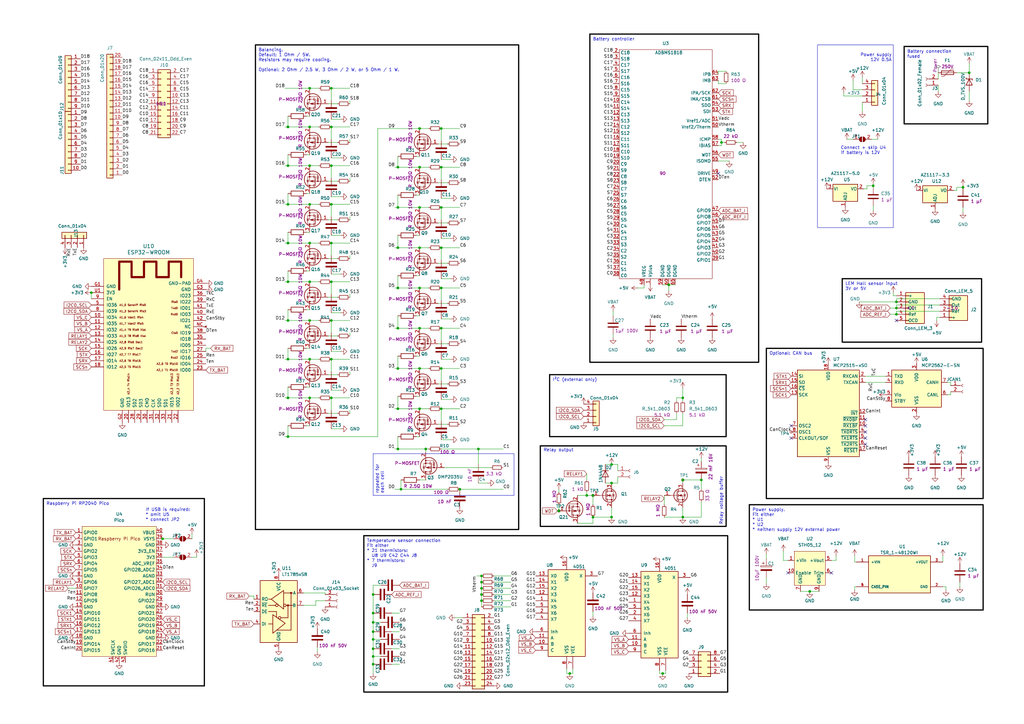
<source format=kicad_sch>
(kicad_sch (version 20230121) (generator eeschema)
  (paper "A3")
  (junction (at 153.035 243.84))
  (junction (at 174.625 184.15))
  (junction (at 250.825 212.09))
  (junction (at 367.665 126.365))
  (junction (at 127 147.32))
  (junction (at 196.215 184.15))
  (junction (at 280.035 163.195))
  (junction (at 180.975 167.64))
  (junction (at 367.665 123.825))
  (junction (at 197.485 241.3))
  (junction (at 66.675 220.98))
  (junction (at 127 99.695))
  (junction (at 197.485 238.76))
  (junction (at 118.11 67.945))
  (junction (at 240.665 203.2))
  (junction (at 135.89 131.445))
  (junction (at 163.195 134.62))
  (junction (at 172.085 85.09))
  (junction (at 127 131.445))
  (junction (at 394.97 76.835))
  (junction (at 135.89 99.695))
  (junction (at 172.085 68.58))
  (junction (at 367.665 128.905))
  (junction (at 127 83.82))
  (junction (at 153.035 262.255))
  (junction (at 233.68 276.225))
  (junction (at 135.89 115.57))
  (junction (at 118.11 163.195))
  (junction (at 127 52.07))
  (junction (at 118.11 99.695))
  (junction (at 172.085 151.13))
  (junction (at 280.035 196.85))
  (junction (at 118.11 147.32))
  (junction (at 172.085 118.11))
  (junction (at 135.89 52.07))
  (junction (at 229.235 209.55))
  (junction (at 164.465 200.66))
  (junction (at 250.825 198.12))
  (junction (at 180.975 151.13))
  (junction (at 274.32 116.84))
  (junction (at 197.485 246.38))
  (junction (at 188.595 200.66))
  (junction (at 163.195 184.15))
  (junction (at 180.975 118.11))
  (junction (at 172.085 134.62))
  (junction (at 135.89 147.32))
  (junction (at 197.485 236.22))
  (junction (at 135.89 36.195))
  (junction (at 163.195 118.11))
  (junction (at 118.11 115.57))
  (junction (at 180.975 101.6))
  (junction (at 135.89 83.82))
  (junction (at 197.485 243.84))
  (junction (at 135.89 163.195))
  (junction (at 287.655 196.85))
  (junction (at 295.91 58.42))
  (junction (at 163.195 167.64))
  (junction (at 153.035 266.065))
  (junction (at 153.035 251.46))
  (junction (at 127 163.195))
  (junction (at 250.825 190.5))
  (junction (at 163.195 151.13))
  (junction (at 280.035 212.09))
  (junction (at 172.085 101.6))
  (junction (at 163.195 101.6))
  (junction (at 118.11 131.445))
  (junction (at 153.035 269.24))
  (junction (at 172.085 167.64))
  (junction (at 135.89 67.945))
  (junction (at 127 67.945))
  (junction (at 163.195 68.58))
  (junction (at 358.14 76.2))
  (junction (at 180.975 85.09))
  (junction (at 180.975 52.705))
  (junction (at 37.465 120.015))
  (junction (at 127 36.195))
  (junction (at 118.11 179.07))
  (junction (at 118.11 83.82))
  (junction (at 172.085 52.705))
  (junction (at 271.78 276.225))
  (junction (at 397.51 29.845))
  (junction (at 180.975 134.62))
  (junction (at 243.205 203.2))
  (junction (at 153.035 259.08))
  (junction (at 153.035 255.27))
  (junction (at 163.195 85.09))
  (junction (at 118.11 52.07))
  (junction (at 153.035 272.415))
  (junction (at 180.975 68.58))
  (junction (at 243.205 212.09))
  (junction (at 127 115.57))
  (junction (at 332.105 242.57))
  (no_connect (at 354.965 179.705))
  (no_connect (at 323.215 234.95))
  (no_connect (at 354.965 172.085))
  (no_connect (at 354.965 177.165))
  (no_connect (at 354.965 182.245))
  (no_connect (at 294.64 71.12))
  (no_connect (at 340.995 234.95))
  (no_connect (at 367.665 131.445))
  (no_connect (at 354.965 174.625))
  (no_connect (at 324.485 179.705))
  (no_connect (at 324.485 174.625))
  (wire (pts (xy 251.46 129.54) (xy 251.46 127.635)))
  (wire (pts (xy 272.415 212.09) (xy 280.035 212.09)))
  (wire (pts (xy 302.26 58.42) (xy 304.8 58.42)))
  (wire (pts (xy 270.51 276.225) (xy 271.78 276.225)))
  (wire (pts (xy 251.46 137.16) (xy 251.46 138.43)))
  (wire (pts (xy 314.325 236.855) (xy 314.325 239.395)))
  (wire (pts (xy 270.51 274.955) (xy 270.51 276.225)))
  (wire (pts (xy 240.665 203.2) (xy 243.205 203.2)))
  (wire (pts (xy 243.205 250.825) (xy 243.205 252.73)))
  (wire (pts (xy 125.73 158.75) (xy 127 158.75)))
  (wire (pts (xy 172.085 118.11) (xy 175.895 118.11)))
  (wire (pts (xy 357.505 57.15) (xy 360.045 57.15)))
  (wire (pts (xy 287.655 196.85) (xy 287.655 200.66)))
  (wire (pts (xy 135.89 96.52) (xy 139.7 96.52)))
  (wire (pts (xy 234.95 276.225) (xy 233.68 276.225)))
  (wire (pts (xy 129.54 248.285) (xy 129.54 246.38)))
  (wire (pts (xy 180.975 139.7) (xy 180.975 134.62)))
  (wire (pts (xy 163.83 259.08) (xy 160.655 259.08)))
  (wire (pts (xy 321.31 226.06) (xy 321.31 229.87)))
  (wire (pts (xy 391.16 78.105) (xy 392.43 78.105)))
  (wire (pts (xy 234.95 274.32) (xy 234.95 276.225)))
  (wire (pts (xy 351.155 230.505) (xy 350.52 230.505)))
  (wire (pts (xy 135.89 52.07) (xy 143.51 52.07)))
  (wire (pts (xy 332.105 242.57) (xy 335.915 242.57)))
  (wire (pts (xy 172.085 134.62) (xy 175.895 134.62)))
  (wire (pts (xy 253.365 190.5) (xy 253.365 193.04)))
  (wire (pts (xy 354.965 156.845) (xy 363.22 156.845)))
  (wire (pts (xy 197.485 238.76) (xy 197.485 241.3)))
  (wire (pts (xy 202.565 246.38) (xy 209.55 246.38)))
  (wire (pts (xy 197.485 243.84) (xy 197.485 246.38)))
  (wire (pts (xy 365.125 126.365) (xy 367.665 126.365)))
  (wire (pts (xy 125.73 111.125) (xy 127 111.125)))
  (wire (pts (xy 170.815 162.56) (xy 172.085 162.56)))
  (wire (pts (xy 274.32 116.84) (xy 276.86 116.84)))
  (wire (pts (xy 135.89 144.145) (xy 139.7 144.145)))
  (wire (pts (xy 163.195 179.07) (xy 163.195 184.15)))
  (wire (pts (xy 228.6 209.55) (xy 229.235 209.55)))
  (wire (pts (xy 367.665 122.555) (xy 367.665 123.825)))
  (wire (pts (xy 153.035 259.08) (xy 153.035 262.255)))
  (wire (pts (xy 134.62 137.795) (xy 138.43 137.795)))
  (wire (pts (xy 197.485 246.38) (xy 197.485 248.92)))
  (wire (pts (xy 354.33 77.47) (xy 355.6 77.47)))
  (wire (pts (xy 180.975 123.19) (xy 180.975 118.11)))
  (wire (pts (xy 280.035 174.625) (xy 272.415 174.625)))
  (wire (pts (xy 116.84 52.07) (xy 118.11 52.07)))
  (wire (pts (xy 281.94 251.46) (xy 281.94 253.365)))
  (wire (pts (xy 125.73 79.375) (xy 127 79.375)))
  (wire (pts (xy 104.14 244.475) (xy 104.14 245.745)))
  (wire (pts (xy 385.445 127.635) (xy 367.665 127.635)))
  (wire (pts (xy 346.075 38.1) (xy 346.075 39.37)))
  (wire (pts (xy 180.975 85.09) (xy 180.975 90.17)))
  (wire (pts (xy 397.51 37.465) (xy 397.51 41.275)))
  (wire (pts (xy 118.11 111.125) (xy 118.11 115.57)))
  (wire (pts (xy 134.62 90.17) (xy 138.43 90.17)))
  (wire (pts (xy 202.565 241.3) (xy 209.55 241.3)))
  (wire (pts (xy 182.245 191.77) (xy 201.295 191.77)))
  (wire (pts (xy 264.16 118.11) (xy 264.16 116.84)))
  (wire (pts (xy 118.11 47.625) (xy 118.11 52.07)))
  (wire (pts (xy 180.975 180.34) (xy 184.785 180.34)))
  (wire (pts (xy 163.83 251.46) (xy 160.655 251.46)))
  (wire (pts (xy 135.89 83.82) (xy 143.51 83.82)))
  (wire (pts (xy 118.11 142.875) (xy 118.11 147.32)))
  (wire (pts (xy 180.975 52.705) (xy 188.595 52.705)))
  (wire (pts (xy 125.73 95.25) (xy 127 95.25)))
  (wire (pts (xy 163.195 68.58) (xy 172.085 68.58)))
  (wire (pts (xy 172.085 196.85) (xy 174.625 196.85)))
  (wire (pts (xy 180.975 57.785) (xy 180.975 52.705)))
  (wire (pts (xy 135.89 73.025) (xy 135.89 67.945)))
  (wire (pts (xy 180.975 156.21) (xy 180.975 151.13)))
  (wire (pts (xy 271.78 116.84) (xy 274.32 116.84)))
  (wire (pts (xy 388.62 161.925) (xy 389.89 161.925)))
  (wire (pts (xy 328.295 242.57) (xy 332.105 242.57)))
  (wire (pts (xy 384.81 29.845) (xy 384.81 32.385)))
  (wire (pts (xy 174.625 184.15) (xy 174.625 185.42)))
  (wire (pts (xy 349.885 33.02) (xy 349.885 36.83)))
  (wire (pts (xy 135.89 57.15) (xy 135.89 52.07)))
  (wire (pts (xy 179.705 59.055) (xy 183.515 59.055)))
  (wire (pts (xy 118.11 179.07) (xy 154.94 179.07)))
  (wire (pts (xy 116.84 36.195) (xy 127 36.195)))
  (wire (pts (xy 389.89 161.925) (xy 389.89 160.655)))
  (wire (pts (xy 355.6 76.2) (xy 358.14 76.2)))
  (wire (pts (xy 261.62 118.11) (xy 264.16 118.11)))
  (wire (pts (xy 248.285 198.12) (xy 250.825 198.12)))
  (wire (pts (xy 280.035 169.545) (xy 280.035 174.625)))
  (wire (pts (xy 143.51 137.795) (xy 143.51 136.525)))
  (wire (pts (xy 180.975 118.11) (xy 188.595 118.11)))
  (wire (pts (xy 295.91 57.15) (xy 295.91 58.42)))
  (wire (pts (xy 143.51 153.67) (xy 143.51 152.4)))
  (wire (pts (xy 202.565 248.92) (xy 209.55 248.92)))
  (wire (pts (xy 188.595 200.66) (xy 206.375 200.66)))
  (wire (pts (xy 170.815 129.54) (xy 172.085 129.54)))
  (wire (pts (xy 125.73 174.625) (xy 127 174.625)))
  (wire (pts (xy 118.11 174.625) (xy 118.11 179.07)))
  (wire (pts (xy 118.11 163.195) (xy 127 163.195)))
  (wire (pts (xy 135.89 83.82) (xy 135.89 88.9)))
  (wire (pts (xy 118.11 83.82) (xy 127 83.82)))
  (wire (pts (xy 172.085 85.09) (xy 175.895 85.09)))
  (wire (pts (xy 161.925 167.64) (xy 163.195 167.64)))
  (wire (pts (xy 294.64 34.29) (xy 294.64 33.02)))
  (wire (pts (xy 180.975 184.15) (xy 196.215 184.15)))
  (wire (pts (xy 366.395 120.015) (xy 366.395 121.285)))
  (wire (pts (xy 179.705 74.93) (xy 183.515 74.93)))
  (wire (pts (xy 66.04 220.98) (xy 66.675 220.98)))
  (wire (pts (xy 170.815 179.07) (xy 172.085 179.07)))
  (wire (pts (xy 179.705 91.44) (xy 183.515 91.44)))
  (wire (pts (xy 153.035 272.415) (xy 153.035 276.225)))
  (wire (pts (xy 202.565 243.84) (xy 209.55 243.84)))
  (wire (pts (xy 135.89 64.77) (xy 139.7 64.77)))
  (wire (pts (xy 118.11 127) (xy 118.11 131.445)))
  (wire (pts (xy 236.855 203.2) (xy 240.665 203.2)))
  (wire (pts (xy 280.035 196.85) (xy 280.035 198.12)))
  (wire (pts (xy 118.11 67.945) (xy 127 67.945)))
  (wire (pts (xy 179.705 107.95) (xy 183.515 107.95)))
  (wire (pts (xy 350.52 230.505) (xy 350.52 227.965)))
  (wire (pts (xy 118.11 99.695) (xy 127 99.695)))
  (wire (pts (xy 118.11 131.445) (xy 127 131.445)))
  (wire (pts (xy 397.51 26.035) (xy 397.51 29.845)))
  (wire (pts (xy 143.51 90.17) (xy 143.51 88.9)))
  (wire (pts (xy 183.515 200.66) (xy 164.465 200.66)))
  (wire (pts (xy 134.62 121.92) (xy 138.43 121.92)))
  (wire (pts (xy 366.395 121.285) (xy 367.665 121.285)))
  (wire (pts (xy 358.14 75.565) (xy 358.14 76.2)))
  (wire (pts (xy 353.695 45.72) (xy 353.695 41.91)))
  (wire (pts (xy 156.21 255.27) (xy 153.035 255.27)))
  (wire (pts (xy 170.815 96.52) (xy 172.085 96.52)))
  (wire (pts (xy 294.64 29.21) (xy 294.64 30.48)))
  (wire (pts (xy 135.89 163.195) (xy 143.51 163.195)))
  (wire (pts (xy 153.035 266.065) (xy 153.035 269.24)))
  (wire (pts (xy 295.91 57.15) (xy 294.64 57.15)))
  (wire (pts (xy 143.51 74.295) (xy 143.51 73.025)))
  (wire (pts (xy 388.62 156.845) (xy 389.89 156.845)))
  (wire (pts (xy 118.11 63.5) (xy 118.11 67.945)))
  (wire (pts (xy 135.89 115.57) (xy 135.89 120.65)))
  (wire (pts (xy 125.73 127) (xy 127 127)))
  (wire (pts (xy 163.195 162.56) (xy 163.195 167.64)))
  (wire (pts (xy 124.46 248.285) (xy 129.54 248.285)))
  (wire (pts (xy 170.815 64.135) (xy 172.085 64.135)))
  (wire (pts (xy 125.73 47.625) (xy 127 47.625)))
  (wire (pts (xy 273.05 274.955) (xy 273.05 276.225)))
  (wire (pts (xy 342.9 227.965) (xy 342.9 229.87)))
  (wire (pts (xy 163.195 146.05) (xy 163.195 151.13)))
  (wire (pts (xy 135.89 160.02) (xy 139.7 160.02)))
  (wire (pts (xy 125.73 142.875) (xy 127 142.875)))
  (wire (pts (xy 297.815 34.29) (xy 294.64 34.29)))
  (wire (pts (xy 180.975 151.13) (xy 188.595 151.13)))
  (wire (pts (xy 154.94 52.705) (xy 172.085 52.705)))
  (wire (pts (xy 135.89 131.445) (xy 143.51 131.445)))
  (wire (pts (xy 180.975 68.58) (xy 180.975 73.66)))
  (wire (pts (xy 161.925 118.11) (xy 163.195 118.11)))
  (wire (pts (xy 116.84 83.82) (xy 118.11 83.82)))
  (wire (pts (xy 280.035 159.385) (xy 280.035 163.195)))
  (wire (pts (xy 180.975 65.405) (xy 184.785 65.405)))
  (wire (pts (xy 127 67.945) (xy 130.81 67.945)))
  (wire (pts (xy 389.89 156.845) (xy 389.89 158.115)))
  (wire (pts (xy 163.195 167.64) (xy 172.085 167.64)))
  (wire (pts (xy 163.195 113.03) (xy 163.195 118.11)))
  (wire (pts (xy 135.89 48.895) (xy 139.7 48.895)))
  (wire (pts (xy 134.62 169.545) (xy 138.43 169.545)))
  (wire (pts (xy 134.62 74.295) (xy 138.43 74.295)))
  (wire (pts (xy 180.975 163.83) (xy 184.785 163.83)))
  (wire (pts (xy 135.89 99.695) (xy 135.89 104.775)))
  (wire (pts (xy 392.43 78.105) (xy 392.43 76.835)))
  (wire (pts (xy 384.81 34.925) (xy 384.81 37.465)))
  (wire (pts (xy 350.52 241.935) (xy 350.52 240.665)))
  (wire (pts (xy 172.085 167.64) (xy 175.895 167.64)))
  (wire (pts (xy 240.665 194.31) (xy 240.665 196.85)))
  (wire (pts (xy 297.815 29.21) (xy 294.64 29.21)))
  (wire (pts (xy 272.415 172.085) (xy 277.495 172.085)))
  (wire (pts (xy 124.46 243.205) (xy 133.35 243.205)))
  (wire (pts (xy 394.97 85.09) (xy 394.97 86.995)))
  (wire (pts (xy 86.36 142.875) (xy 84.455 142.875)))
  (wire (pts (xy 118.11 52.07) (xy 127 52.07)))
  (wire (pts (xy 135.89 67.945) (xy 143.51 67.945)))
  (wire (pts (xy 243.205 203.2) (xy 243.205 207.01)))
  (wire (pts (xy 180.975 172.72) (xy 180.975 167.64)))
  (wire (pts (xy 127 163.195) (xy 130.81 163.195)))
  (wire (pts (xy 127 147.32) (xy 130.81 147.32)))
  (wire (pts (xy 367.665 127.635) (xy 367.665 128.905)))
  (wire (pts (xy 250.825 198.12) (xy 253.365 198.12)))
  (wire (pts (xy 179.705 124.46) (xy 183.515 124.46)))
  (wire (pts (xy 180.975 134.62) (xy 188.595 134.62)))
  (wire (pts (xy 163.83 266.065) (xy 160.655 266.065)))
  (wire (pts (xy 392.43 29.845) (xy 397.51 29.845)))
  (wire (pts (xy 202.565 238.76) (xy 209.55 238.76)))
  (wire (pts (xy 186.69 253.365) (xy 189.865 253.365)))
  (wire (pts (xy 346.075 39.37) (xy 353.695 39.37)))
  (wire (pts (xy 143.51 58.42) (xy 143.51 57.15)))
  (wire (pts (xy 127 131.445) (xy 130.81 131.445)))
  (wire (pts (xy 180.975 114.3) (xy 184.785 114.3)))
  (wire (pts (xy 116.84 115.57) (xy 118.11 115.57)))
  (wire (pts (xy 127 36.195) (xy 130.81 36.195)))
  (wire (pts (xy 78.74 228.6) (xy 80.645 228.6)))
  (wire (pts (xy 154.94 52.705) (xy 154.94 179.07)))
  (wire (pts (xy 180.975 68.58) (xy 188.595 68.58)))
  (wire (pts (xy 179.705 173.99) (xy 183.515 173.99)))
  (wire (pts (xy 125.73 63.5) (xy 127 63.5)))
  (wire (pts (xy 297.18 58.42) (xy 295.91 58.42)))
  (wire (pts (xy 118.11 147.32) (xy 127 147.32)))
  (wire (pts (xy 243.205 214.63) (xy 243.205 212.09)))
  (wire (pts (xy 354.965 154.305) (xy 363.22 154.305)))
  (wire (pts (xy 161.925 151.13) (xy 163.195 151.13)))
  (wire (pts (xy 135.89 99.695) (xy 143.51 99.695)))
  (wire (pts (xy 163.195 96.52) (xy 163.195 101.6)))
  (wire (pts (xy 172.085 52.705) (xy 175.895 52.705)))
  (wire (pts (xy 135.89 175.895) (xy 139.7 175.895)))
  (wire (pts (xy 116.84 163.195) (xy 118.11 163.195)))
  (wire (pts (xy 287.655 205.74) (xy 287.655 212.09)))
  (wire (pts (xy 163.195 118.11) (xy 172.085 118.11)))
  (wire (pts (xy 135.89 168.275) (xy 135.89 163.195)))
  (wire (pts (xy 393.7 238.76) (xy 393.7 240.665)))
  (wire (pts (xy 37.465 120.015) (xy 37.465 122.555)))
  (wire (pts (xy 156.21 240.03) (xy 153.035 240.03)))
  (wire (pts (xy 163.195 68.58) (xy 161.925 68.58)))
  (wire (pts (xy 385.445 130.175) (xy 384.175 130.175)))
  (wire (pts (xy 314.325 227.33) (xy 314.325 229.235)))
  (wire (pts (xy 229.235 207.01) (xy 229.235 209.55)))
  (wire (pts (xy 118.11 79.375) (xy 118.11 83.82)))
  (wire (pts (xy 135.89 115.57) (xy 143.51 115.57)))
  (wire (pts (xy 277.495 172.085) (xy 277.495 169.545)))
  (wire (pts (xy 135.89 152.4) (xy 135.89 147.32)))
  (wire (pts (xy 365.125 128.905) (xy 367.665 128.905)))
  (wire (pts (xy 118.11 115.57) (xy 127 115.57)))
  (wire (pts (xy 236.855 214.63) (xy 243.205 214.63)))
  (wire (pts (xy 135.89 128.27) (xy 139.7 128.27)))
  (wire (pts (xy 196.215 190.5) (xy 196.215 184.15)))
  (wire (pts (xy 196.215 184.15) (xy 206.375 184.15)))
  (wire (pts (xy 133.35 243.205) (xy 133.35 243.84)))
  (wire (pts (xy 180.975 97.79) (xy 184.785 97.79)))
  (wire (pts (xy 170.815 146.05) (xy 172.085 146.05)))
  (wire (pts (xy 295.91 58.42) (xy 295.91 59.69)))
  (wire (pts (xy 196.215 198.12) (xy 200.025 198.12)))
  (wire (pts (xy 342.9 229.87) (xy 340.995 229.87)))
  (wire (pts (xy 161.925 184.15) (xy 163.195 184.15)))
  (wire (pts (xy 134.62 106.045) (xy 138.43 106.045)))
  (wire (pts (xy 277.495 164.465) (xy 277.495 163.195)))
  (wire (pts (xy 116.84 131.445) (xy 118.11 131.445)))
  (wire (pts (xy 170.815 113.03) (xy 172.085 113.03)))
  (wire (pts (xy 280.035 163.195) (xy 280.035 164.465)))
  (wire (pts (xy 163.195 85.09) (xy 172.085 85.09)))
  (wire (pts (xy 274.32 116.84) (xy 274.32 119.38)))
  (wire (pts (xy 164.465 200.66) (xy 164.465 196.85)))
  (wire (pts (xy 349.885 36.83) (xy 353.695 36.83)))
  (wire (pts (xy 116.84 147.32) (xy 118.11 147.32)))
  (wire (pts (xy 180.975 85.09) (xy 188.595 85.09)))
  (wire (pts (xy 180.975 81.28) (xy 184.785 81.28)))
  (wire (pts (xy 116.84 99.695) (xy 118.11 99.695)))
  (wire (pts (xy 161.925 101.6) (xy 163.195 101.6)))
  (wire (pts (xy 180.975 101.6) (xy 180.975 106.68)))
  (wire (pts (xy 153.035 240.03) (xy 153.035 243.84)))
  (wire (pts (xy 202.565 236.22) (xy 209.55 236.22)))
  (wire (pts (xy 153.035 269.24) (xy 156.21 269.24)))
  (wire (pts (xy 127 52.07) (xy 130.81 52.07)))
  (wire (pts (xy 277.495 163.195) (xy 280.035 163.195)))
  (wire (pts (xy 135.89 41.275) (xy 135.89 36.195)))
  (wire (pts (xy 350.52 240.665) (xy 351.155 240.665)))
  (wire (pts (xy 352.425 123.825) (xy 367.665 123.825)))
  (wire (pts (xy 294.64 59.69) (xy 295.91 59.69)))
  (wire (pts (xy 135.89 36.195) (xy 143.51 36.195)))
  (wire (pts (xy 153.035 269.24) (xy 153.035 272.415)))
  (wire (pts (xy 172.085 151.13) (xy 175.895 151.13)))
  (wire (pts (xy 116.84 179.07) (xy 118.11 179.07)))
  (wire (pts (xy 163.195 101.6) (xy 172.085 101.6)))
  (wire (pts (xy 287.655 187.96) (xy 287.655 189.23)))
  (wire (pts (xy 135.89 147.32) (xy 143.51 147.32)))
  (wire (pts (xy 118.11 95.25) (xy 118.11 99.695)))
  (wire (pts (xy 195.58 236.22) (xy 197.485 236.22)))
  (wire (pts (xy 163.195 129.54) (xy 163.195 134.62)))
  (wire (pts (xy 71.12 228.6) (xy 66.675 228.6)))
  (wire (pts (xy 134.62 42.545) (xy 138.43 42.545)))
  (wire (pts (xy 394.97 76.2) (xy 394.97 76.835)))
  (wire (pts (xy 153.035 262.255) (xy 153.035 266.065)))
  (wire (pts (xy 66.675 220.98) (xy 71.12 220.98)))
  (wire (pts (xy 134.62 58.42) (xy 138.43 58.42)))
  (wire (pts (xy 384.175 130.175) (xy 384.175 131.445)))
  (wire (pts (xy 253.365 198.12) (xy 253.365 195.58)))
  (wire (pts (xy 387.985 241.935) (xy 387.985 240.665)))
  (wire (pts (xy 233.68 276.225) (xy 232.41 276.225)))
  (wire (pts (xy 179.705 157.48) (xy 183.515 157.48)))
  (wire (pts (xy 143.51 42.545) (xy 143.51 41.275)))
  (wire (pts (xy 174.625 184.15) (xy 175.895 184.15)))
  (wire (pts (xy 197.485 236.22) (xy 197.485 238.76)))
  (wire (pts (xy 197.485 241.3) (xy 197.485 243.84)))
  (wire (pts (xy 180.975 130.81) (xy 184.785 130.81)))
  (wire (pts (xy 163.195 184.15) (xy 174.625 184.15)))
  (wire (pts (xy 385.445 125.095) (xy 367.665 125.095)))
  (wire (pts (xy 27.94 241.3) (xy 31.115 241.3)))
  (wire (pts (xy 232.41 276.225) (xy 232.41 274.32)))
  (wire (pts (xy 143.51 169.545) (xy 143.51 168.275)))
  (wire (pts (xy 135.89 131.445) (xy 135.89 136.525)))
  (wire (pts (xy 153.035 255.27) (xy 153.035 259.08)))
  (wire (pts (xy 143.51 121.92) (xy 143.51 120.65)))
  (wire (pts (xy 243.205 212.09) (xy 250.825 212.09)))
  (wire (pts (xy 102.235 244.475) (xy 104.14 244.475)))
  (wire (pts (xy 287.655 212.09) (xy 280.035 212.09)))
  (wire (pts (xy 143.51 106.045) (xy 143.51 104.775)))
  (wire (pts (xy 386.715 227.965) (xy 386.715 230.505)))
  (wire (pts (xy 127 99.695) (xy 130.81 99.695)))
  (wire (pts (xy 353.695 31.75) (xy 353.695 34.29)))
  (wire (pts (xy 250.825 190.5) (xy 253.365 190.5)))
  (wire (pts (xy 163.195 151.13) (xy 172.085 151.13)))
  (wire (pts (xy 387.985 240.665) (xy 386.715 240.665)))
  (wire (pts (xy 355.6 77.47) (xy 355.6 76.2)))
  (wire (pts (xy 392.43 76.835) (xy 394.97 76.835)))
  (wire (pts (xy 135.89 112.395) (xy 139.7 112.395)))
  (wire (pts (xy 280.035 208.28) (xy 280.035 212.09)))
  (wire (pts (xy 358.14 76.2) (xy 358.14 76.835)))
  (wire (pts (xy 135.89 80.645) (xy 139.7 80.645)))
  (wire (pts (xy 172.085 101.6) (xy 175.895 101.6)))
  (wire (pts (xy 394.97 76.835) (xy 394.97 77.47)))
  (wire (pts (xy 163.195 80.01) (xy 163.195 85.09)))
  (wire (pts (xy 250.825 208.28) (xy 250.825 212.09)))
  (wire (pts (xy 116.84 67.945) (xy 118.11 67.945)))
  (wire (pts (xy 367.665 125.095) (xy 367.665 126.365)))
  (wire (pts (xy 272.415 203.2) (xy 272.415 207.01)))
  (wire (pts (xy 358.14 84.455) (xy 358.14 86.36)))
  (wire (pts (xy 180.975 167.64) (xy 188.595 167.64)))
  (wire (pts (xy 273.05 276.225) (xy 271.78 276.225)))
  (wire (pts (xy 163.195 64.135) (xy 163.195 68.58)))
  (wire (pts (xy 294.64 66.04) (xy 299.085 66.04)))
  (wire (pts (xy 229.235 200.66) (xy 229.235 201.93)))
  (wire (pts (xy 153.035 262.255) (xy 156.21 262.255)))
  (wire (pts (xy 248.285 190.5) (xy 250.825 190.5)))
  (wire (pts (xy 129.54 246.38) (xy 133.35 246.38)))
  (wire (pts (xy 127 83.82) (xy 130.81 83.82)))
  (wire (pts (xy 130.175 265.43) (xy 130.175 267.335)))
  (wire (pts (xy 84.455 142.875) (xy 84.455 144.145)))
  (wire (pts (xy 280.035 196.85) (xy 287.655 196.85)))
  (wire (pts (xy 78.74 219.075) (xy 78.74 220.98)))
  (wire (pts (xy 240.665 201.93) (xy 240.665 203.2)))
  (wire (pts (xy 385.445 122.555) (xy 367.665 122.555)))
  (wire (pts (xy 321.31 229.87) (xy 323.215 229.87)))
  (wire (pts (xy 170.815 80.01) (xy 172.085 80.01)))
  (wire (pts (xy 80.645 228.6) (xy 80.645 227.965)))
  (wire (pts (xy 347.345 57.15) (xy 349.885 57.15)))
  (wire (pts (xy 118.11 158.75) (xy 118.11 163.195)))
  (wire (pts (xy 163.195 134.62) (xy 172.085 134.62)))
  (wire (pts (xy 180.975 101.6) (xy 188.595 101.6)))
  (wire (pts (xy 163.83 272.415) (xy 160.655 272.415)))
  (wire (pts (xy 153.035 251.46) (xy 153.035 255.27)))
  (wire (pts (xy 153.035 243.84) (xy 153.035 251.46)))
  (wire (pts (xy 179.705 140.97) (xy 183.515 140.97)))
  (wire (pts (xy 161.925 134.62) (xy 163.195 134.62)))
  (wire (pts (xy 127 115.57) (xy 130.81 115.57)))
  (wire (pts (xy 180.975 147.32) (xy 184.785 147.32)))
  (wire (pts (xy 172.085 68.58) (xy 175.895 68.58)))
  (wire (pts (xy 161.925 200.66) (xy 164.465 200.66)))
  (wire (pts (xy 161.925 85.09) (xy 163.195 85.09)))
  (wire (pts (xy 134.62 153.67) (xy 138.43 153.67)))
  (rectangle (start 335.28 18.415) (end 366.395 93.345))
  (rectangle (start 221.615 182.88) (end 297.815 215.9) (stroke (width 0.5) (color 0 0 0 1)))
  (text_box "Battery controller" (at 241.935 13.97 0) (size 69.215 134.62) (stroke (width 0.5) (color 0 0 0 1)) (effects (font (size 1.27 1.27)) (justify left top)))
  (text_box "Battery connection\nfused" (at 370.84 19.05 0) (size 34.29 31.75) (stroke (width 0.5) (color 0 0 0 1)) (effects (font (size 1.27 1.27)) (justify left top)))
  (text_box "Optional: CAN bus" (at 314.325 142.875 0) (size 88.9 61.595) (stroke (width 0.5) (color 0 0 0 1)) (effects (font (size 1.27 1.27)) (justify left top)))
  (text_box "Power supply.\nFit either\n* U1\n* U2\n* neither: supply 12V external power" (at 307.34 207.01 0) (size 95.885 43.18) (stroke (width 0.5) (color 0 0 0 1)) (effects (font (size 1.27 1.27)) (justify left top)))
  (text_box "Balancing.\nDefault: 1 Ohm / 5W.\nResistors may require cooling.\n\nOptional: 2 Ohm / 2.5 W, 3 Ohm / 2 W, or 5 Ohm / 1 W." (at 104.775 18.415 0) (size 107.95 198.755) (stroke (width 0.5) (color 0 0 0 1)) (effects (font (size 1.27 1.27)) (justify left top)))
  (text_box "Raspberry Pi RP2040 Pico" (at 17.78 204.47 0) (size 66.04 76.835) (stroke (width 0.5) (color 0 0 0 1)) (effects (font (size 1.27 1.27)) (justify left top)))
  (text_box "Temperature sensor connection\nFit either\n* 21 thermistors:\n  U8 U9 C42 C44 J8\n* 7 thermistors:\n  J9" (at 149.225 219.71 0) (size 149.225 64.135) (stroke (width 0.5) (color 0 0 0 1)) (effects (font (size 1.27 1.27)) (justify left top)))
  (text_box "I²C (external only)" (at 225.425 153.67 0) (size 72.39 25.4) (stroke (width 0.5) (color 0 0 0 1)) (effects (font (size 1.27 1.27)) (justify left top)))
  (text_box "repeated for each cell" (at 153.035 186.055 90) (size 57.785 17.145) (effects (font (size 1.27 1.27)) (justify left top)))
  (text_box "LEM Hall sensor input\n3V or 5V" (at 345.44 114.3 0) (size 57.15 26.035) (stroke (width 0.5) (color 0 0 0 1)) (effects (font (size 1.27 1.27)) (justify left top)))
  (text "If USB is required:\n* omit U5\n* connect JP2\n" (at 59.69 213.995 0) (effects (font (size 1.27 1.27)) (justify left bottom)))
  (text "Power supply\n12V 0.5A" (at 365.76 25.4 0) (effects (font (size 1.27 1.27)) (justify right bottom)))
  (text "Relay output" (at 222.885 185.42 0) (effects (font (size 1.27 1.27)) (justify left bottom)))
  (text "Relay voltage buffer" (at 296.545 215.265 90) (effects (font (size 1.27 1.27)) (justify left bottom)))
  (text "Connect + skip U4\nif battery is 12V" (at 344.805 63.5 0) (effects (font (size 1.27 1.27)) (justify left bottom)))
  (label "DTen" (at 84.455 136.525 0))
  (label "RxE" (at 29.21 101.6 270))
  (label "G4" (at 209.55 241.3 0))
  (label "S15" (at 251.46 39.37 180))
  (label "D3" (at 161.925 151.13 180))
  (label "S3" (at 251.46 100.33 180))
  (label "D9" (at 33.02 46.99 0))
  (label "G2" (at 294.64 104.14 0))
  (label "RxC" (at 84.455 123.825 0))
  (label "Vtherm" (at 195.58 236.22 270))
  (label "G3" (at 163.83 266.065 0))
  (label "RxC" (at 358.14 156.845 270))
  (label "G15" (at 202.565 266.065 0))
  (label "D11" (at 116.84 147.32 180))
  (label "G7" (at 245.11 236.22 0))
  (label "G11" (at 219.71 238.76 180))
  (label "G1" (at 209.55 248.92 0))
  (label "G12" (at 189.865 263.525 180))
  (label "D0" (at 161.925 200.66 180))
  (label "D12" (at 33.02 39.37 0))
  (label "S3" (at 188.595 157.48 0))
  (label "S4" (at 251.46 95.25 180))
  (label "C4" (at 188.595 134.62 0))
  (label "G14" (at 189.865 266.065 180))
  (label "C11" (at 73.66 47.625 0))
  (label "D3" (at 50.165 64.135 0))
  (label "G17" (at 219.71 254 180))
  (label "S2" (at 188.595 173.99 0))
  (label "G20" (at 257.81 236.855 180))
  (label "D11" (at 33.02 41.91 0))
  (label "C16" (at 251.46 31.75 180))
  (label "D1" (at 33.02 67.31 0))
  (label "TxE" (at 31.75 101.6 270))
  (label "D7" (at 161.925 85.09 180))
  (label "Ren" (at 84.455 146.685 0))
  (label "D17" (at 33.02 26.67 0))
  (label "Ten" (at 84.455 149.225 0))
  (label "D4" (at 33.02 59.69 0))
  (label "S1" (at 251.46 110.49 180))
  (label "C6" (at 188.595 101.6 0))
  (label "G5" (at 163.83 259.08 0))
  (label "D15" (at 116.84 83.82 180))
  (label "D13" (at 116.84 115.57 180))
  (label "G7" (at 163.83 251.46 0))
  (label "C15" (at 143.51 83.82 0))
  (label "G12" (at 219.71 241.3 180))
  (label "G16" (at 219.71 251.46 180))
  (label "S17" (at 251.46 29.21 180))
  (label "G15" (at 219.71 248.92 180))
  (label "CanClock" (at 66.675 264.16 0))
  (label "D18" (at 33.02 24.13 0))
  (label "CanReset" (at 66.675 266.7 0))
  (label "C2" (at 188.595 167.64 0))
  (label "G6" (at 294.64 93.98 0))
  (label "C10" (at 143.51 163.195 0))
  (label "D10" (at 50.165 46.355 0))
  (label "C16" (at 60.96 32.385 180))
  (label "G24" (at 189.865 276.225 180))
  (label "G1" (at 294.64 106.68 0))
  (label "Ren" (at 31.115 246.38 180))
  (label "S13" (at 251.46 49.53 180))
  (label "C10" (at 60.96 50.165 180))
  (label "C14" (at 143.51 99.695 0))
  (label "D13" (at 50.165 38.735 0))
  (label "C18" (at 143.51 36.195 0))
  (label "G11" (at 202.565 260.985 0))
  (label "G3" (at 209.55 243.84 0))
  (label "S14" (at 251.46 44.45 180))
  (label "C6" (at 251.46 82.55 180))
  (label "C13" (at 73.66 40.005 0))
  (label "Vtherm" (at 294.64 52.07 0))
  (label "C12" (at 60.96 42.545 180))
  (label "C11" (at 251.46 57.15 180))
  (label "G1" (at 163.83 272.415 0))
  (label "D1" (at 161.925 184.15 180))
  (label "D4" (at 161.925 134.62 180))
  (label "D2" (at 33.02 64.77 0))
  (label "C8" (at 60.96 55.245 180))
  (label "G26" (at 257.81 252.095 180))
  (label "C17" (at 143.51 52.07 0))
  (label "CanInt" (at 31.115 266.7 180))
  (label "D6" (at 33.02 54.61 0))
  (label "G4" (at 189.865 258.445 180))
  (label "G2" (at 163.83 269.24 0))
  (label "C7" (at 188.595 85.09 0))
  (label "G21" (at 202.565 271.145 0))
  (label "Ren" (at 104.14 248.285 180))
  (label "G6" (at 282.575 268.605 180))
  (label "C9" (at 251.46 67.31 180))
  (label "G4" (at 294.64 99.06 0))
  (label "C4" (at 251.46 92.71 180))
  (label "C13" (at 143.51 115.57 0))
  (label "C7" (at 73.66 55.245 0))
  (label "D3" (at 33.02 62.23 0))
  (label "D9" (at 116.84 179.07 180))
  (label "G24" (at 257.81 247.015 180))
  (label "S1" (at 206.375 191.77 0))
  (label "TxC" (at 359.41 154.305 90))
  (label "G5" (at 209.55 238.76 0))
  (label "CanReset" (at 354.965 184.785 0))
  (label "D8" (at 50.165 51.435 0))
  (label "S8" (at 188.595 74.93 0))
  (label "D8" (at 161.925 68.58 180))
  (label "D9" (at 50.165 48.895 0))
  (label "S18" (at 251.46 24.13 180))
  (label "G17" (at 202.565 268.605 0))
  (label "S9" (at 188.595 59.055 0))
  (label "D0" (at 33.02 69.85 0))
  (label "D14" (at 33.02 34.29 0))
  (label "C9" (at 73.66 52.705 0))
  (label "D16" (at 116.84 67.945 180))
  (label "D16" (at 50.165 31.115 0))
  (label "G20" (at 189.865 271.145 180))
  (label "G1" (at 202.565 253.365 0))
  (label "G26" (at 189.865 278.765 180))
  (label "S2" (at 251.46 105.41 180))
  (label "G4" (at 163.83 262.255 0))
  (label "DTen" (at 66.675 233.68 0))
  (label "D14" (at 116.84 99.695 180))
  (label "G25" (at 257.81 249.555 180))
  (label "TxC" (at 84.455 121.285 0))
  (label "G3" (at 295.275 273.685 0))
  (label "S7" (at 251.46 80.01 180))
  (label "S10" (at 143.51 168.275 0))
  (label "S6" (at 188.595 107.95 0))
  (label "D16" (at 33.02 29.21 0))
  (label "D18" (at 116.84 36.195 180))
  (label "G10" (at 219.71 236.22 180))
  (label "G21" (at 257.81 239.395 180))
  (label "C15" (at 73.66 37.465 0))
  (label "G5" (at 202.565 258.445 0))
  (label "S8" (at 251.46 74.93 180))
  (label "G27" (at 202.565 278.765 0))
  (label "D6" (at 161.925 101.6 180))
  (label "S16" (at 143.51 73.025 0))
  (label "G3" (at 294.64 101.6 0))
  (label "G3" (at 202.565 255.905 0))
  (label "S10" (at 251.46 64.77 180))
  (label "G10" (at 189.865 260.985 180))
  (label "S11" (at 251.46 59.69 180))
  (label "C2" (at 251.46 102.87 180))
  (label "C1" (at 251.46 107.95 180))
  (label "C15" (at 251.46 36.83 180))
  (label "D1" (at 50.165 69.215 0))
  (label "CanInt" (at 354.965 169.545 0))
  (label "G2" (at 282.575 273.685 180))
  (label "C10" (at 60.96 47.625 180))
  (label "C14" (at 60.96 37.465 180))
  (label "C17" (at 73.66 29.845 0))
  (label "C13" (at 251.46 46.99 180))
  (label "RxE" (at 84.455 128.905 0))
  (label "S17" (at 143.51 57.15 0))
  (label "D18" (at 50.165 26.035 0))
  (label "Ten" (at 31.115 243.84 180))
  (label "CanClock" (at 324.485 177.165 180))
  (label "C14" (at 251.46 41.91 180))
  (label "D14" (at 50.165 36.195 0))
  (label "D17" (at 50.165 28.575 0))
  (label "C5" (at 188.595 118.11 0))
  (label "Ten" (at 104.14 250.825 180))
  (label "C18" (at 251.46 21.59 180))
  (label "G7" (at 294.64 91.44 0))
  (label "G2" (at 189.865 255.905 180))
  (label "S6" (at 251.46 85.09 180))
  (label "D17" (at 116.84 52.07 180))
  (label "S15" (at 143.51 88.9 0))
  (label "C1" (at 206.375 184.15 0))
  (label "D5" (at 161.925 118.11 180))
  (label "C13" (at 73.66 42.545 0))
  (label "G7" (at 295.275 268.605 0))
  (label "G25" (at 202.565 276.225 0))
  (label "D5" (at 50.165 59.055 0))
  (label "G22" (at 257.81 241.935 180))
  (label "D7" (at 50.165 53.975 0))
  (label "D15" (at 50.165 33.655 0))
  (label "G6" (at 163.83 255.27 0))
  (label "D4" (at 50.165 61.595 0))
  (label "D7" (at 33.02 52.07 0))
  (label "D13" (at 33.02 36.83 0))
  (label "G1" (at 295.275 276.225 0))
  (label "S16" (at 251.46 34.29 180))
  (label "G27" (at 257.81 254.635 180))
  (label "D6" (at 50.165 56.515 0))
  (label "G5" (at 294.64 96.52 0))
  (label "G6" (at 209.55 236.22 0))
  (label "C8" (at 60.96 52.705 180))
  (label "Vadc" (at 294.64 49.53 0))
  (label "D5" (at 33.02 57.15 0))
  (label "C11" (at 73.66 45.085 0))
  (label "C5" (at 251.46 87.63 180))
  (label "S5" (at 188.595 124.46 0))
  (label "C16" (at 143.51 67.945 0))
  (label "C0" (at 206.375 200.66 0))
  (label "S18" (at 143.51 41.275 0))
  (label "Vadc" (at 266.7 130.81 0))
  (label "G14" (at 219.71 246.38 180))
  (label "C9" (at 73.66 50.165 0))
  (label "DTen" (at 294.64 73.66 0))
  (label "G4" (at 282.575 271.145 180))
  (label "CanStby" (at 84.455 131.445 0))
  (label "TxE" (at 84.455 126.365 0))
  (label "D15" (at 33.02 31.75 0))
  (label "G6" (at 283.21 236.855 0))
  (label "S7" (at 188.595 91.44 0))
  (label "D0" (at 50.165 71.755 0))
  (label "C15" (at 73.66 34.925 0))
  (label "D9" (at 161.925 52.705 180))
  (label "D12" (at 50.165 41.275 0))
  (label "S5" (at 251.46 90.17 180))
  (label "G13" (at 219.71 243.84 180))
  (label "C0" (at 251.46 113.03 180))
  (label "C12" (at 251.46 52.07 180))
  (label "C10" (at 251.46 62.23 180))
  (label "C8" (at 188.595 68.58 0))
  (label "G5" (at 295.275 271.145 0))
  (label "D10" (at 116.84 163.195 180))
  (label "S9" (at 251.46 69.85 180))
  (label "C11" (at 143.51 147.32 0))
  (label "S11" (at 143.51 152.4 0))
  (label "C17" (at 73.66 32.385 0))
  (label "D12" (at 116.84 131.445 180))
  (label "C3" (at 251.46 97.79 180))
  (label "C7" (at 251.46 77.47 180))
  (label "C3" (at 188.595 151.13 0))
  (label "C8" (at 251.46 72.39 180))
  (label "S12" (at 143.51 136.525 0))
  (label "C12" (at 143.51 131.445 0))
  (label "G2" (at 209.55 246.38 0))
  (label "D2" (at 161.925 167.64 180))
  (label "D8" (at 33.02 49.53 0))
  (label "D2" (at 50.165 66.675 0))
  (label "Vtherm" (at 279.4 130.81 0))
  (label "CanStby" (at 363.22 164.465 180))
  (label "G16" (at 189.865 268.605 180))
  (label "C14" (at 60.96 40.005 180))
  (label "C9" (at 188.595 52.705 0))
  (label "D10" (at 33.02 44.45 0))
  (label "C17" (at 251.46 26.67 180))
  (label "G23" (at 202.565 273.685 0))
  (label "S13" (at 143.51 120.65 0))
  (label "C18" (at 60.96 29.845 180))
  (label "S4" (at 188.595 140.97 0))
  (label "C16" (at 60.96 34.925 180))
  (label "CanStby" (at 31.115 264.16 180))
  (label "S14" (at 143.51 104.775 0))
  (label "C12" (at 60.96 45.085 180))
  (label "S12" (at 251.46 54.61 180))
  (label "G13" (at 202.565 263.525 0))
  (label "G22" (at 189.865 273.685 180))
  (label "G23" (at 257.81 244.475 180))
  (label "D11" (at 50.165 43.815 0))
  (global_label "SCSn1" (shape input) (at 31.115 259.08 180) (property "Intersheetrefs" "${INTERSHEET_REFS}" (effects hide)))
  (global_label "SCSn" (shape input) (at 37.465 150.495 180) (property "Intersheetrefs" "${INTERSHEET_REFS}" (effects hide)))
  (global_label "SCK1" (shape input) (at 324.485 161.925 180) (property "Intersheetrefs" "${INTERSHEET_REFS}" (effects hide)))
  (global_label "I2C0_SDA" (shape input) (at 37.465 127.635 180) (property "Intersheetrefs" "${INTERSHEET_REFS}" (effects hide)))
  (global_label "STX" (shape input) (at 31.115 228.6 180) (property "Intersheetrefs" "${INTERSHEET_REFS}" (effects hide)))
  (global_label "I2C0_SCL" (shape input) (at 239.395 170.815 180) (property "Intersheetrefs" "${INTERSHEET_REFS}" (effects hide)))
  (global_label "I2C0_SCL" (shape input) (at 272.415 174.625 180) (property "Intersheetrefs" "${INTERSHEET_REFS}" (effects hide)))
  (global_label "STX" (shape input) (at 37.465 145.415 180) (property "Intersheetrefs" "${INTERSHEET_REFS}" (effects hide)))
  (global_label "VS_C" (shape input) (at 257.81 267.335 180) (property "Intersheetrefs" "${INTERSHEET_REFS}" (effects hide)))
  (global_label "RX_BAT" (shape input) (at 31.115 220.98 180) (property "Intersheetrefs" "${INTERSHEET_REFS}" (effects hide)))
  (global_label "RELAY1" (shape input) (at 31.115 238.76 180) (property "Intersheetrefs" "${INTERSHEET_REFS}" (effects hide)))
  (global_label "TX_BAT" (shape input) (at 104.14 255.905 180) (property "Intersheetrefs" "${INTERSHEET_REFS}" (effects hide)))
  (global_label "I2C0_SDA" (shape input) (at 239.395 168.275 180) (property "Intersheetrefs" "${INTERSHEET_REFS}" (effects hide)))
  (global_label "ADC_REF_I" (shape input) (at 294.64 88.9 0) (property "Intersheetrefs" "${INTERSHEET_REFS}" (effects hide)))
  (global_label "SCSn" (shape input) (at 31.115 233.68 180) (property "Intersheetrefs" "${INTERSHEET_REFS}" (effects hide)))
  (global_label "SCK" (shape input) (at 31.115 226.06 180) (property "Intersheetrefs" "${INTERSHEET_REFS}" (effects hide)))
  (global_label "SRX1" (shape input) (at 31.115 256.54 180) (property "Intersheetrefs" "${INTERSHEET_REFS}" (effects hide)))
  (global_label "STX1" (shape input) (at 31.115 254 180) (property "Intersheetrefs" "${INTERSHEET_REFS}" (effects hide)))
  (global_label "RELAY2" (shape input) (at 272.415 204.47 180) (property "Intersheetrefs" "${INTERSHEET_REFS}" (effects hide)))
  (global_label "WDT" (shape input) (at 228.6 209.55 180) (property "Intersheetrefs" "${INTERSHEET_REFS}" (effects hide)))
  (global_label "SCK1" (shape input) (at 31.115 251.46 180) (property "Intersheetrefs" "${INTERSHEET_REFS}" (effects hide)))
  (global_label "VS_A" (shape input) (at 257.81 262.255 180) (property "Intersheetrefs" "${INTERSHEET_REFS}" (effects hide)))
  (global_label "WDT" (shape input) (at 294.64 63.5 0) (property "Intersheetrefs" "${INTERSHEET_REFS}" (effects hide)))
  (global_label "SRX" (shape input) (at 31.115 231.14 180) (property "Intersheetrefs" "${INTERSHEET_REFS}" (effects hide)))
  (global_label "I2C0_SDA" (shape input) (at 272.415 172.085 180) (property "Intersheetrefs" "${INTERSHEET_REFS}" (effects hide)))
  (global_label "SCK" (shape input) (at 37.465 142.875 180) (property "Intersheetrefs" "${INTERSHEET_REFS}" (effects hide)))
  (global_label "SRX" (shape input) (at 37.465 147.955 180) (property "Intersheetrefs" "${INTERSHEET_REFS}" (effects hide)))
  (global_label "VS_C" (shape input) (at 66.675 254 0) (property "Intersheetrefs" "${INTERSHEET_REFS}" (effects hide)))
  (global_label "I2C0_SCL" (shape input) (at 37.465 125.095 180) (property "Intersheetrefs" "${INTERSHEET_REFS}" (effects hide)))
  (global_label "VS_B" (shape input) (at 219.71 264.16 180) (property "Intersheetrefs" "${INTERSHEET_REFS}" (effects hide)))
  (global_label "RELAY2" (shape input) (at 27.94 241.3 180) (property "Intersheetrefs" "${INTERSHEET_REFS}" (effects hide)))
  (global_label "RELAY1" (shape input) (at 37.465 137.795 180) (property "Intersheetrefs" "${INTERSHEET_REFS}" (effects hide)))
  (global_label "RX_BAT" (shape input) (at 102.235 244.475 180) (property "Intersheetrefs" "${INTERSHEET_REFS}" (effects hide)))
  (global_label "RELAY2" (shape input) (at 37.465 140.335 180) (property "Intersheetrefs" "${INTERSHEET_REFS}" (effects hide)))
  (global_label "VS_B" (shape input) (at 66.675 256.54 0) (property "Intersheetrefs" "${INTERSHEET_REFS}" (effects hide)))
  (global_label "ADC_REF_I" (shape input) (at 160.655 243.84 0) (property "Intersheetrefs" "${INTERSHEET_REFS}" (effects hide)))
  (global_label "SRX" (shape input) (at 294.64 43.18 0) (property "Intersheetrefs" "${INTERSHEET_REFS}" (effects hide)))
  (global_label "ADC_BAT_I" (shape input) (at 294.64 86.36 0) (property "Intersheetrefs" "${INTERSHEET_REFS}" (effects hide)))
  (global_label "I2C0_SDA" (shape input) (at 66.675 241.3 0) (property "Intersheetrefs" "${INTERSHEET_REFS}" (effects hide)))
  (global_label "SCK" (shape input) (at 294.64 38.1 0) (property "Intersheetrefs" "${INTERSHEET_REFS}" (effects hide)))
  (global_label "STX1" (shape input) (at 324.485 154.305 180) (property "Intersheetrefs" "${INTERSHEET_REFS}" (effects hide)))
  (global_label "RELAY1" (shape input) (at 240.665 194.31 180) (property "Intersheetrefs" "${INTERSHEET_REFS}" (effects hide)))
  (global_label "I2C0_SCL" (shape input) (at 66.675 238.76 0) (property "Intersheetrefs" "${INTERSHEET_REFS}" (effects hide)))
  (global_label "VS_A" (shape input) (at 66.675 259.08 0) (property "Intersheetrefs" "${INTERSHEET_REFS}" (effects hide)))
  (global_label "ADC_BAT_I" (shape input) (at 163.83 240.03 0) (property "Intersheetrefs" "${INTERSHEET_REFS}" (effects hide)))
  (global_label "VS_C" (shape input) (at 219.71 266.7 180) (property "Intersheetrefs" "${INTERSHEET_REFS}" (effects hide)))
  (global_label "VS_B" (shape input) (at 257.81 264.795 180) (property "Intersheetrefs" "${INTERSHEET_REFS}" (effects hide)))
  (global_label "ADC_REF_I" (shape input) (at 365.125 128.905 180) (property "Intersheetrefs" "${INTERSHEET_REFS}" (effects hide)))
  (global_label "VS_B" (shape input) (at 37.465 132.715 180) (property "Intersheetrefs" "${INTERSHEET_REFS}" (effects hide)))
  (global_label "VS_A" (shape input) (at 219.71 261.62 180) (property "Intersheetrefs" "${INTERSHEET_REFS}" (effects hide)))
  (global_label "SCSn1" (shape input) (at 324.485 159.385 180) (property "Intersheetrefs" "${INTERSHEET_REFS}" (effects hide)))
  (global_label "RX_BAT" (shape input) (at 86.36 142.875 0) (property "Intersheetrefs" "${INTERSHEET_REFS}" (effects hide)))
  (global_label "VS_C" (shape input) (at 37.465 130.175 180) (property "Intersheetrefs" "${INTERSHEET_REFS}" (effects hide)))
  (global_label "VS_A" (shape input) (at 37.465 135.255 180) (property "Intersheetrefs" "${INTERSHEET_REFS}" (effects hide)))
  (global_label "TX_BAT" (shape input) (at 84.455 151.765 0) (property "Intersheetrefs" "${INTERSHEET_REFS}" (effects hide)))
  (global_label "SCSn" (shape input) (at 294.64 40.64 0) (property "Intersheetrefs" "${INTERSHEET_REFS}" (effects hide)))
  (global_label "ADC_BAT_I" (shape input) (at 365.125 126.365 180) (property "Intersheetrefs" "${INTERSHEET_REFS}" (effects hide)))
  (global_label "SRX1" (shape input) (at 324.485 156.845 180) (property "Intersheetrefs" "${INTERSHEET_REFS}" (effects hide)))
  (global_label "TX_BAT" (shape input) (at 31.115 218.44 180) (property "Intersheetrefs" "${INTERSHEET_REFS}" (effects hide)))
  (global_label "STX" (shape input) (at 294.64 45.72 0) (property "Intersheetrefs" "${INTERSHEET_REFS}" (effects hide)))
  (netclass_flag "" (length 2.54) (shape diamond) (at 384.81 29.845 0) (property "Netclass" "Power" (at 383.54 29.845 90) (effects (font italic) (justify left))))
  (symbol (lib_id "localstuff:DMP2035U") (at 177.165 191.77 180) (unit 1)
    (property "Reference" "Q3" (at 177.9965 195.9221 0) (effects (justify left)))
    (property "Value" "DMP2035U" (at 189.865 195.58 0) (effects (justify left)))
    (property "Footprint" "Package_TO_SOT_SMD:SOT-23" (effects hide))
    (property "Farnell" "2061419" (effects hide))
    (property "Display" "P-MOSFET" (at 167.005 189.992 0))
    (property "LCSC" "C110499" (effects hide))
    (property "JLCRotOffset" "180" (effects hide))
  )
  (symbol (lib_id "localstuff:ESP32-WROOM") (at 61.595 135.255 0) (unit 1)
    (property "Reference" "U10" (at 60.96 100.965 0) (effects (font (size 1.524 1.524))))
    (property "Value" "ESP32-WROOM" (at 60.96 103.505 0) (effects (font (size 1.524 1.524))))
    (property "Footprint" "localstuff:ESP32-WROOM" (effects hide))
    (property "Digikey" "1904-1024-1-ND" (effects hide))
    (property "LCSC" "C701343" (effects hide))
    (property "JLCRotOffset" "-90" (effects hide))
    (property "JLCPosOffset" "1,0" (effects hide))
  )
  (symbol (lib_id "localstuff:GND") (at 239.395 173.355 0) (unit 1)
    (property "Reference" "#PWR019" (effects hide))
    (property "Value" "GND" (at 233.68 175.26 0) (effects (justify left)))
  )
  (symbol (lib_id "localstuff:DMP2035U") (at 174.625 173.99 180) (unit 1)
    (property "Reference" "Q4" (at 175.4565 178.1421 0) (effects (justify left)))
    (property "Value" "DMP2035U" (effects hide))
    (property "Footprint" "Package_TO_SOT_SMD:SOT-23" (effects hide))
    (property "Farnell" "2061419" (effects hide))
    (property "Display" "P-MOSFET" (at 164.465 172.212 0))
    (property "LCSC" "C110499" (effects hide))
    (property "JLCRotOffset" "180" (effects hide))
  )
  (symbol (lib_id "localstuff:+12V") (at 250.825 190.5 0) (unit 1)
    (property "Reference" "#PWR021" (effects hide))
    (property "Value" "+12V" (at 250.825 186.69 0))
  )
  (symbol (lib_id "localparts:C_10n_0603") (at 180.975 61.595 0) (unit 1)
    (property "Reference" "C12" (at 181.1529 63.9159 0) (effects (justify left)))
    (property "Value" "CP_100n_50V_0603" (effects hide))
    (property "Footprint" "Capacitor_SMD:C_0603_1608Metric" (effects hide))
    (property "LCSC" "C14663" (effects hide))
    (property "Display" "10 nF" (effects hide))
  )
  (symbol (lib_id "localparts:C_10n_0603") (at 180.975 77.47 0) (unit 1)
    (property "Reference" "C11" (at 181.1529 79.7909 0) (effects (justify left)))
    (property "Value" "CP_100n_50V_0603" (effects hide))
    (property "Footprint" "Capacitor_SMD:C_0603_1608Metric" (effects hide))
    (property "LCSC" "C14663" (effects hide))
    (property "Display" "10 nF" (effects hide))
  )
  (symbol (lib_id "localparts:1N4448") (at 248.285 194.31 270) (unit 1)
    (property "Reference" "D2" (at 248.285 191.77 90) (effects (justify left)))
    (property "Value" "1N4448" (at 246.38 190.5 0) (effects (justify left)))
    (property "Footprint" "Diode_SMD:D_SOD-123" (effects hide))
    (property "Datasheet" "http://www.vishay.com/docs/88503/1n4001.pdf" (effects hide))
    (property "Sim.Device" "D" (effects hide))
    (property "Sim.Pins" "1=K 2=A" (effects hide))
    (property "LCSC" "C124191" (effects hide))
    (property "Farnell" "2453725" (effects hide))
  )
  (symbol (lib_id "localstuff:DMP2035U") (at 129.54 90.17 180) (unit 1)
    (property "Reference" "Q17" (at 131.445 94.615 0) (effects (justify left)))
    (property "Value" "DMP2035U" (effects hide))
    (property "Footprint" "Package_TO_SOT_SMD:SOT-23" (effects hide))
    (property "Farnell" "2061419" (effects hide))
    (property "Display" "P-MOSFET" (at 119.38 88.392 0))
    (property "LCSC" "C110499" (effects hide))
    (property "JLCRotOffset" "180" (effects hide))
  )
  (symbol (lib_id "localparts:C_10n_0603") (at 156.845 266.065 90) (unit 1)
    (property "Reference" "C31" (at 154.94 266.065 0) (effects (justify left)))
    (property "Value" "CP_100n_50V_0603" (effects hide))
    (property "Footprint" "Capacitor_SMD:C_0603_1608Metric" (effects hide))
    (property "LCSC" "C14663" (effects hide))
    (property "Display" "10 nF" (effects hide))
  )
  (symbol (lib_id "localstuff:+3.3V") (at 80.645 227.965 0) (unit 1)
    (property "Reference" "#PWR017" (effects hide))
    (property "Value" "+3.3V" (at 82.55 227.33 90) (effects (justify left)))
  )
  (symbol (lib_id "Connector:TestPoint_Small") (at 280.035 196.85 0) (unit 1) (in_bom no)
    (property "Reference" "TP1" (at 278.765 194.945 0) (effects (justify left)))
    (property "Value" "TestPoint_Small" (effects hide))
    (property "Footprint" "TestPoint:TestPoint_Pad_D1.0mm" (effects hide))
  )
  (symbol (lib_id "localparts:R_100_0603") (at 178.435 68.58 90) (unit 1)
    (property "Reference" "R29" (at 178.435 66.04 90))
    (property "Value" "R_100_0603" (effects hide))
    (property "Footprint" "Resistor_SMD:R_0603_1608Metric" (effects hide))
    (property "Display" "100 Ω" (effects hide))
    (property "LCSC" "C22775" (effects hide))
  )
  (symbol (lib_id "localstuff:+3.3V") (at 26.67 101.6 180) (unit 1)
    (property "Reference" "#PWR0108" (effects hide))
    (property "Value" "+3.3V" (at 26.67 104.775 90) (effects (justify left)))
  )
  (symbol (lib_id "localparts:C_10n_0603") (at 160.02 262.255 90) (unit 1)
    (property "Reference" "C30" (at 165.1 263.525 90) (effects (justify left)))
    (property "Value" "CP_100n_50V_0603" (effects hide))
    (property "Footprint" "Capacitor_SMD:C_0603_1608Metric" (effects hide))
    (property "LCSC" "C14663" (effects hide))
    (property "Display" "10 nF" (effects hide))
  )
  (symbol (lib_id "localparts:R_3k3_0603") (at 203.835 191.77 90) (unit 1)
    (property "Reference" "R6" (at 203.835 189.23 90))
    (property "Value" "R_3k3_0603" (effects hide))
    (property "Footprint" "Resistor_SMD:R_0603_1608Metric" (effects hide))
    (property "Display" "3.3 kΩ" (at 202.565 194.31 90))
    (property "LCSC" "C22978" (effects hide))
  )
  (symbol (lib_id "localstuff:GND") (at 139.7 80.645 90) (unit 1)
    (property "Reference" "#PWR028" (effects hide))
    (property "Value" "GND" (at 143.51 80.645 90) (effects (justify right)))
  )
  (symbol (lib_id "localparts:R_3k3_0603") (at 140.97 58.42 90) (unit 1)
    (property "Reference" "R57" (at 140.97 55.88 90))
    (property "Value" "R_3k3_0603" (effects hide))
    (property "Footprint" "Resistor_SMD:R_0603_1608Metric" (effects hide))
    (property "Display" "3.3 kΩ" (effects hide))
    (property "LCSC" "C22978" (effects hide))
  )
  (symbol (lib_id "localstuff:GND") (at 34.29 101.6 0) (unit 1)
    (property "Reference" "#PWR0107" (effects hide))
    (property "Value" "GND" (at 34.29 106.045 0))
  )
  (symbol (lib_id "Connector_Generic:Conn_01x20") (at 45.085 48.895 180) (unit 1) (in_bom no) (on_board no)
    (property "Reference" "J7" (at 45.085 19.685 0))
    (property "Value" "Conn_01x20" (at 41.91 27.94 90))
    (property "Footprint" "Connector_PinHeader_2.54mm:PinHeader_1x20_P2.54mm_Horizontal" (effects hide))
  )
  (symbol (lib_id "Connector_Generic:Conn_01x09") (at 27.94 34.29 0) (mirror y) (unit 1)
    (property "Reference" "J12" (at 25.4 43.815 90))
    (property "Value" "Conn_01x09" (at 24.765 28.575 90))
    (property "Footprint" "Connector_PinSocket_2.00mm:PinSocket_1x09_P2.00mm_Horizontal" (effects hide))
    (property "LCSC" "C157968" (effects hide))
    (property "JLCRotOffset" "90" (effects hide))
    (property "JLCPosOffset" "-8,0" (effects hide))
  )
  (symbol (lib_id "localparts:R_2.5_10W_TH") (at 121.92 47.625 270) (mirror x) (unit 1)
    (property "Reference" "R58" (at 123.19 45.085 90))
    (property "Value" "R_2.5_10W" (effects hide))
    (property "Footprint" "localstuff:R_Radial_Power_L12.5mm_W9.0mm_P5.00mm" (effects hide))
    (property "Display" "R 2.5Ω 10W" (at 123.19 38.735 0))
    (property "LCSC" "C216394" (effects hide))
    (property "JLCRotOffset" "90" (effects hide))
  )
  (symbol (lib_id "localparts:C_10n_0603") (at 180.975 176.53 0) (unit 1)
    (property "Reference" "C5" (at 180.975 179.07 0) (effects (justify left)))
    (property "Value" "CP_100n_50V_0603" (effects hide))
    (property "Footprint" "Capacitor_SMD:C_0603_1608Metric" (effects hide))
    (property "LCSC" "C14663" (effects hide))
    (property "Display" "10 nF" (effects hide))
  )
  (symbol (lib_id "localstuff:GND") (at 114.3 266.065 0) (unit 1)
    (property "Reference" "#PWR0109" (effects hide))
    (property "Value" "GND" (at 114.3 270.51 0))
  )
  (symbol (lib_id "localstuff:GND") (at 153.035 276.225 0) (unit 1)
    (property "Reference" "#PWR065" (effects hide))
    (property "Value" "GND" (at 153.035 280.67 0))
  )
  (symbol (lib_id "localstuff:VBAT") (at 266.7 116.84 180) (unit 1)
    (property "Reference" "#PWR029" (effects hide))
    (property "Value" "VBAT" (at 266.7 121.92 0))
  )
  (symbol (lib_id "localstuff:+5V") (at 270.51 229.235 90) (unit 1)
    (property "Reference" "#PWR096" (effects hide))
    (property "Value" "+5V" (at 271.145 229.235 90) (effects (justify right)))
  )
  (symbol (lib_id "localstuff:AZ1117-3V3") (at 383.54 78.105 0) (unit 1)
    (property "Reference" "U12" (at 384.175 74.295 0))
    (property "Value" "AZ1117-3.3" (at 383.54 71.755 0))
    (property "Footprint" "Package_TO_SOT_SMD:SOT-223" (effects hide))
    (property "Datasheet" "https://www.diodes.com/assets/Datasheets/AZ1117.pdf" (effects hide))
    (property "LCSC" "C108492" (effects hide))
    (property "JLCRotOffset" "180" (effects hide))
  )
  (symbol (lib_id "localparts:R_2.5_10W_TH") (at 167.005 113.03 270) (mirror x) (unit 1)
    (property "Reference" "R22" (at 168.275 110.49 90))
    (property "Value" "R_2.5_10W" (effects hide))
    (property "Footprint" "localstuff:R_Radial_Power_L12.5mm_W9.0mm_P5.00mm" (effects hide))
    (property "Display" "R 2.5Ω 10W" (at 168.275 104.14 0))
    (property "LCSC" "C216394" (effects hide))
    (property "JLCRotOffset" "90" (effects hide))
  )
  (symbol (lib_id "localstuff:VBAT") (at 314.325 227.33 0) (unit 1)
    (property "Reference" "#PWR01" (effects hide))
    (property "Value" "VBAT" (at 314.325 223.52 0))
  )
  (symbol (lib_id "localparts:CP_100n_50V_0603") (at 243.205 247.015 0) (unit 1)
    (property "Reference" "C42" (at 244.475 244.475 0) (effects (justify left)))
    (property "Value" "CP_100n_50V_0603" (effects hide))
    (property "Footprint" "Capacitor_SMD:C_0603_1608Metric" (effects hide))
    (property "LCSC" "C14663" (effects hide))
    (property "Display" "100 nF 50V" (at 243.84 249.555 0) (effects (justify left)))
  )
  (symbol (lib_id "localparts:C_10n_0603") (at 160.02 269.24 90) (unit 1)
    (property "Reference" "C32" (at 165.1 270.51 90) (effects (justify left)))
    (property "Value" "CP_100n_50V_0603" (effects hide))
    (property "Footprint" "Capacitor_SMD:C_0603_1608Metric" (effects hide))
    (property "LCSC" "C14663" (effects hide))
    (property "Display" "10 nF" (effects hide))
  )
  (symbol (lib_id "localstuff:GND") (at 314.325 239.395 0) (unit 1)
    (property "Reference" "#PWR02" (effects hide))
    (property "Value" "GND" (at 314.325 244.475 0))
  )
  (symbol (lib_id "localstuff:GND") (at 280.035 212.09 0) (unit 1)
    (property "Reference" "#PWR023" (effects hide))
    (property "Value" "GND" (at 282.575 213.995 0) (effects (justify left)))
  )
  (symbol (lib_id "localstuff:GND") (at 266.7 138.43 0) (unit 1)
    (property "Reference" "#PWR031" (effects hide))
    (property "Value" "GND" (at 266.7 143.51 0))
  )
  (symbol (lib_id "localstuff:DMN2058U") (at 248.285 203.2 0) (unit 1)
    (property "Reference" "Q1" (at 254.635 202.565 0) (effects (justify left)))
    (property "Value" "DMN2058U" (effects hide))
    (property "Footprint" "Package_TO_SOT_SMD:SOT-23" (effects hide))
    (property "Datasheet" "https://www.farnell.com/datasheets/2211373.pdf" (effects hide))
    (property "Farnell" "2709530" (effects hide))
    (property "Display" "DMN2058U-7" (effects hide))
    (property "Display2" "20V 4.6A 0.6V" (effects hide))
    (property "LCSC" "C461001" (effects hide))
    (property "JLCRotOffset" "180" (effects hide))
  )
  (symbol (lib_id "localparts:R_100_0603") (at 133.35 52.07 90) (unit 1)
    (property "Reference" "R56" (at 133.35 49.53 90))
    (property "Value" "R_100_0603" (effects hide))
    (property "Footprint" "Resistor_SMD:R_0603_1608Metric" (effects hide))
    (property "Display" "100 Ω" (effects hide))
    (property "LCSC" "C22775" (effects hide))
  )
  (symbol (lib_id "localstuff:+5V") (at 78.74 219.075 0) (unit 1)
    (property "Reference" "#PWR016" (effects hide))
    (property "Value" "+5V" (at 78.74 215.265 0))
  )
  (symbol (lib_id "localparts:CP_1µ_25V_0603") (at 394.97 81.28 0) (unit 1)
    (property "Reference" "C41" (at 398.145 80.01 0) (effects (justify left)))
    (property "Value" "C_1µ_25V_0603" (effects hide))
    (property "Footprint" "Capacitor_SMD:C_0603_1608Metric" (effects hide))
    (property "Farnell" "3581460" (effects hide))
    (property "Display" "1 µF" (at 398.145 82.55 0) (effects (justify left)))
    (property "LCSC" "C59302" (effects hide))
  )
  (symbol (lib_id "localstuff:GND") (at 274.32 119.38 0) (unit 1)
    (property "Reference" "#PWR030" (effects hide))
    (property "Value" "GND" (at 274.32 124.46 0))
  )
  (symbol (lib_id "localparts:C_10n_0603") (at 196.215 194.31 0) (unit 1)
    (property "Reference" "C4" (at 196.3929 196.6309 0) (effects (justify left)))
    (property "Value" "CP_100n_50V_0603" (effects hide))
    (property "Footprint" "Capacitor_SMD:C_0603_1608Metric" (effects hide))
    (property "LCSC" "C14663" (effects hide))
    (property "Display" "10 nF" (at 192.6775 191.9971 90) (effects (justify right)))
  )
  (symbol (lib_id "localstuff:DMP2035U") (at 129.54 42.545 180) (unit 1)
    (property "Reference" "Q20" (at 131.445 46.99 0) (effects (justify left)))
    (property "Value" "DMP2035U" (effects hide))
    (property "Footprint" "Package_TO_SOT_SMD:SOT-23" (effects hide))
    (property "Farnell" "2061419" (effects hide))
    (property "Display" "P-MOSFET" (at 119.38 40.767 0))
    (property "LCSC" "C110499" (effects hide))
    (property "JLCRotOffset" "180" (effects hide))
  )
  (symbol (lib_id "localstuff:+5V") (at 261.62 118.11 90) (unit 1)
    (property "Reference" "#PWR036" (effects hide))
    (property "Value" "+5V" (at 257.81 118.11 90) (effects (justify left)))
  )
  (symbol (lib_id "localstuff:GND") (at 139.7 144.145 90) (unit 1)
    (property "Reference" "#PWR053" (effects hide))
    (property "Value" "GND" (at 143.51 144.145 90) (effects (justify right)))
  )
  (symbol (lib_id "localparts:R_5k1_0603") (at 277.495 167.005 0) (mirror y) (unit 1)
    (property "Reference" "R2" (at 274.955 165.1 0) (effects (justify left)))
    (property "Value" "R_5k1_0603" (at 274.955 167.64 0) (effects (justify left)))
    (property "Footprint" "Resistor_SMD:R_0603_1608Metric" (effects hide))
    (property "Display" "5.1 kΩ" (at 274.955 170.18 0) (effects (justify left)))
    (property "LCSC" "C23186" (effects hide))
  )
  (symbol (lib_id "localstuff:Conn_LEM_3") (at 372.745 126.365 0) (unit 1)
    (property "Reference" "J1" (at 380.365 125.73 0) (effects (justify left)))
    (property "Value" "Conn_LEM_3" (at 370.84 134.62 0) (effects (justify left)))
    (property "Footprint" "Connector_JST:JST_PH_B5B-PH-K_1x05_P2.00mm_Vertical" (effects hide))
    (property "LCSC" "C157993" (effects hide))
    (property "JLCRotOffset" "180" (effects hide))
    (property "JLCPosOffset" "-4,0" (at 372.745 126.365 0))
  )
  (symbol (lib_id "localstuff:GND") (at 31.115 236.22 270) (unit 1)
    (property "Reference" "#PWR041" (effects hide))
    (property "Value" "GND" (at 27.94 236.22 90) (effects (justify right)))
  )
  (symbol (lib_id "localparts:R_100_0603") (at 297.815 31.75 0) (unit 1)
    (property "Reference" "R63" (at 299.72 30.48 0) (effects (justify left)))
    (property "Value" "R_100_0603" (effects hide))
    (property "Footprint" "Resistor_SMD:R_0603_1608Metric" (effects hide))
    (property "Display" "100 Ω" (at 299.72 33.02 0) (effects (justify left)))
    (property "LCSC" "C22775" (effects hide))
  )
  (symbol (lib_id "Connector:Conn_01x02_Female") (at 394.97 158.115 0) (unit 1)
    (property "Reference" "JCAN1" (at 394.335 155.575 0) (effects (justify right)))
    (property "Value" "Conn_01x02_Female" (effects hide))
    (property "Footprint" "localstuff:Esto02" (effects hide))
  )
  (symbol (lib_id "Connector:Conn_01x02_Female") (at 258.445 193.04 0) (unit 1)
    (property "Reference" "J6" (at 259.715 193.675 0) (effects (justify left)))
    (property "Value" "Conn_01x02_Female" (effects hide))
    (property "Footprint" "localstuff:Conn_P5.0mm_2_Lumberg" (effects hide))
  )
  (symbol (lib_id "localparts:R_5k1_0603") (at 280.035 167.005 0) (unit 1)
    (property "Reference" "R3" (at 282.575 165.1 0) (effects (justify left)))
    (property "Value" "R_5k1_0603" (at 282.575 167.64 0) (effects (justify left)))
    (property "Footprint" "Resistor_SMD:R_0603_1608Metric" (effects hide))
    (property "Display" "5.1 kΩ" (at 282.575 170.18 0) (effects (justify left)))
    (property "LCSC" "C23186" (effects hide))
  )
  (symbol (lib_id "localparts:R_33_0603") (at 287.655 203.2 180) (unit 1)
    (property "Reference" "R5" (at 285.75 200.025 0))
    (property "Value" "R_33_0603" (effects hide))
    (property "Footprint" "Resistor_SMD:R_0603_1608Metric" (effects hide))
    (property "Display" "33 Ω" (at 290.195 203.2 90))
    (property "LCSC" "C25232" (effects hide))
  )
  (symbol (lib_id "localparts:CP_1µ_25V_0603") (at 358.14 80.645 0) (unit 1)
    (property "Reference" "C35" (at 361.315 79.375 0) (effects (justify left)))
    (property "Value" "C_1µ_25V_0603" (effects hide))
    (property "Footprint" "Capacitor_SMD:C_0603_1608Metric" (effects hide))
    (property "Farnell" "3581460" (effects hide))
    (property "Display" "1 µF" (at 361.315 81.915 0) (effects (justify left)))
    (property "LCSC" "C59302" (effects hide))
  )
  (symbol (lib_id "localparts:R_3k3_0603") (at 140.97 106.045 90) (unit 1)
    (property "Reference" "R48" (at 140.97 103.505 90))
    (property "Value" "R_3k3_0603" (effects hide))
    (property "Footprint" "Resistor_SMD:R_0603_1608Metric" (effects hide))
    (property "Display" "3.3 kΩ" (effects hide))
    (property "LCSC" "C22978" (effects hide))
  )
  (symbol (lib_id "Connector_Generic:Conn_02x04_Odd_Even") (at 287.655 273.685 0) (mirror x) (unit 1)
    (property "Reference" "J9" (at 286.385 265.43 0) (effects (justify left)))
    (property "Value" "Conn_02x04_Odd_Even" (effects hide))
    (property "Footprint" "Connector_PinHeader_2.54mm:PinHeader_2x04_P2.54mm_Vertical" (effects hide))
  )
  (symbol (lib_id "localparts:R_100_0603") (at 133.35 83.82 90) (unit 1)
    (property "Reference" "R50" (at 133.35 81.28 90))
    (property "Value" "R_100_0603" (effects hide))
    (property "Footprint" "Resistor_SMD:R_0603_1608Metric" (effects hide))
    (property "Display" "100 Ω" (effects hide))
    (property "LCSC" "C22775" (effects hide))
  )
  (symbol (lib_id "localparts:R_3k3_0603") (at 186.055 91.44 90) (unit 1)
    (property "Reference" "R27" (at 186.055 88.9 90))
    (property "Value" "R_3k3_0603" (effects hide))
    (property "Footprint" "Resistor_SMD:R_0603_1608Metric" (effects hide))
    (property "Display" "3.3 kΩ" (effects hide))
    (property "LCSC" "C22978" (effects hide))
  )
  (symbol (lib_id "localparts:R_3k3_0603") (at 140.97 153.67 90) (unit 1)
    (property "Reference" "R39" (at 140.97 151.13 90))
    (property "Value" "R_3k3_0603" (effects hide))
    (property "Footprint" "Resistor_SMD:R_0603_1608Metric" (effects hide))
    (property "Display" "3.3 kΩ" (effects hide))
    (property "LCSC" "C22978" (effects hide))
  )
  (symbol (lib_id "localstuff:GND") (at 184.785 180.34 90) (unit 1)
    (property "Reference" "#PWR057" (effects hide))
    (property "Value" "GND" (at 188.595 180.34 90) (effects (justify right)))
  )
  (symbol (lib_id "localparts:R_100_0603") (at 133.35 163.195 90) (unit 1)
    (property "Reference" "R35" (at 133.35 160.655 90))
    (property "Value" "R_100_0603" (effects hide))
    (property "Footprint" "Resistor_SMD:R_0603_1608Metric" (effects hide))
    (property "Display" "100 Ω" (effects hide))
    (property "LCSC" "C22775" (effects hide))
  )
  (symbol (lib_id "localstuff:GND") (at 352.425 123.825 0) (unit 1)
    (property "Reference" "#PWR085" (effects hide))
    (property "Value" "GND" (at 348.615 122.555 0) (effects (justify left)))
  )
  (symbol (lib_id "localparts:R_100_0603") (at 178.435 52.705 90) (unit 1)
    (property "Reference" "R32" (at 178.435 50.165 90))
    (property "Value" "R_100_0603" (effects hide))
    (property "Footprint" "Resistor_SMD:R_0603_1608Metric" (effects hide))
    (property "Display" "100 Ω" (effects hide))
    (property "LCSC" "C22775" (effects hide))
  )
  (symbol (lib_id "localstuff:GND") (at 251.46 138.43 0) (unit 1)
    (property "Reference" "#PWR015" (effects hide))
    (property "Value" "GND" (at 251.46 143.51 0))
  )
  (symbol (lib_id "localparts:R_3k3_0603") (at 186.055 59.055 90) (unit 1)
    (property "Reference" "R33" (at 186.055 56.515 90))
    (property "Value" "R_3k3_0603" (effects hide))
    (property "Footprint" "Resistor_SMD:R_0603_1608Metric" (effects hide))
    (property "Display" "3.3 kΩ" (effects hide))
    (property "LCSC" "C22978" (effects hide))
  )
  (symbol (lib_id "localparts:CP_100n_50V_0603") (at 130.175 261.62 0) (unit 1)
    (property "Reference" "C40" (at 131.445 259.08 0) (effects (justify left)))
    (property "Value" "CP_100n_50V_0603" (effects hide))
    (property "Footprint" "Capacitor_SMD:C_0603_1608Metric" (effects hide))
    (property "LCSC" "C14663" (effects hide))
    (property "Display" "100 nF 50V" (at 130.81 264.795 0) (effects (justify left)))
  )
  (symbol (lib_id "localparts:R_3k3_0603") (at 186.055 173.99 90) (unit 1)
    (property "Reference" "R11" (at 186.055 171.45 90))
    (property "Value" "R_3k3_0603" (effects hide))
    (property "Footprint" "Resistor_SMD:R_0603_1608Metric" (effects hide))
    (property "Display" "3.3 kΩ" (effects hide))
    (property "LCSC" "C22978" (effects hide))
  )
  (symbol (lib_id "localstuff:GND") (at 383.54 194.945 0) (unit 1)
    (property "Reference" "#PWR080" (effects hide))
    (property "Value" "GND" (at 383.54 200.025 0))
  )
  (symbol (lib_id "localstuff:GND") (at 346.71 85.09 0) (unit 1)
    (property "Reference" "#PWR068" (effects hide))
    (property "Value" "GND" (at 346.71 90.17 0))
  )
  (symbol (lib_id "localstuff:+3.3V") (at 363.22 161.925 90) (unit 1)
    (property "Reference" "#PWR074" (effects hide))
    (property "Value" "+3.3V" (at 363.22 160.655 90) (effects (justify left)))
  )
  (symbol (lib_id "localstuff:TSR_1-48120WI") (at 368.935 235.585 0) (unit 1)
    (property "Reference" "U1" (at 371.475 224.155 0) (effects (justify right)))
    (property "Value" "TSR_1-48120WI" (at 376.555 226.695 0) (effects (justify right)))
    (property "Footprint" "localstuff:TSR_1-48xxWI" (effects hide))
    (property "STANDARD" "IPC 7351B" (effects hide))
    (property "PARTREV" "April 7, 2021" (effects hide))
    (property "MANUFACTURER" "Traco Power" (effects hide))
    (property "MAXIMUM_PACKAGE_HEIGHT" "18 mm" (effects hide))
    (property "Farnell" "3255316" (effects hide))
  )
  (symbol (lib_id "localstuff:VBAT") (at 397.51 26.035 0) (unit 1)
    (property "Reference" "#PWR05" (effects hide))
    (property "Value" "VBAT" (at 397.51 22.225 0))
  )
  (symbol (lib_id "localparts:R_3k3_0603") (at 186.055 74.93 90) (unit 1)
    (property "Reference" "R30" (at 186.055 72.39 90))
    (property "Value" "R_3k3_0603" (effects hide))
    (property "Footprint" "Resistor_SMD:R_0603_1608Metric" (effects hide))
    (property "Display" "3.3 kΩ" (effects hide))
    (property "LCSC" "C22978" (effects hide))
  )
  (symbol (lib_id "localstuff:GND") (at 186.69 253.365 270) (unit 1)
    (property "Reference" "#PWR0101" (effects hide))
    (property "Value" "GND" (at 182.88 253.365 90) (effects (justify right)))
  )
  (symbol (lib_id "localparts:C_10n_0603") (at 135.89 124.46 0) (unit 1)
    (property "Reference" "C16" (at 136.0679 126.7809 0) (effects (justify left)))
    (property "Value" "CP_100n_50V_0603" (effects hide))
    (property "Footprint" "Capacitor_SMD:C_0603_1608Metric" (effects hide))
    (property "LCSC" "C14663" (effects hide))
    (property "Display" "10 nF" (effects hide))
  )
  (symbol (lib_id "localstuff:+3.3V") (at 366.395 120.015 0) (unit 1)
    (property "Reference" "#PWR086" (effects hide))
    (property "Value" "+3.3V" (at 360.045 120.015 0) (effects (justify left)))
  )
  (symbol (lib_id "localparts:R_3k3_0603") (at 140.97 90.17 90) (unit 1)
    (property "Reference" "R51" (at 140.97 87.63 90))
    (property "Value" "R_3k3_0603" (effects hide))
    (property "Footprint" "Resistor_SMD:R_0603_1608Metric" (effects hide))
    (property "Display" "3.3 kΩ" (effects hide))
    (property "LCSC" "C22978" (effects hide))
  )
  (symbol (lib_id "localstuff:VBAT") (at 350.52 227.965 0) (unit 1)
    (property "Reference" "#PWR0105" (effects hide))
    (property "Value" "VBAT" (at 350.52 222.885 0))
  )
  (symbol (lib_id "localstuff:DMP2035U") (at 129.54 153.67 180) (unit 1)
    (property "Reference" "Q13" (at 131.445 158.115 0) (effects (justify left)))
    (property "Value" "DMP2035U" (effects hide))
    (property "Footprint" "Package_TO_SOT_SMD:SOT-23" (effects hide))
    (property "Farnell" "2061419" (effects hide))
    (property "Display" "P-MOSFET" (at 119.38 151.892 0))
    (property "LCSC" "C110499" (effects hide))
    (property "JLCRotOffset" "180" (effects hide))
  )
  (symbol (lib_id "localstuff:GND") (at 66.675 261.62 90) (unit 1)
    (property "Reference" "#PWR045" (effects hide))
    (property "Value" "GND" (at 69.85 261.62 90) (effects (justify right)))
  )
  (symbol (lib_id "localstuff:+5V") (at 375.92 149.225 0) (unit 1)
    (property "Reference" "#PWR077" (effects hide))
    (property "Value" "+5V" (at 375.92 145.415 0))
  )
  (symbol (lib_id "localstuff:+3.3V") (at 394.97 76.2 0) (unit 1)
    (property "Reference" "#PWR0116" (effects hide))
    (property "Value" "+3.3V" (at 396.24 76.2 0) (effects (justify left)))
  )
  (symbol (lib_id "localstuff:+5V") (at 243.205 243.205 0) (unit 1)
    (property "Reference" "#PWR099" (effects hide))
    (property "Value" "+5V" (at 243.205 239.395 0))
  )
  (symbol (lib_id "localstuff:+12V") (at 375.92 78.105 0) (unit 1)
    (property "Reference" "#PWR0114" (effects hide))
    (property "Value" "+12V" (at 375.92 74.295 0))
  )
  (symbol (lib_id "localstuff:+3.3V") (at 114.3 235.585 0) (unit 1)
    (property "Reference" "#PWR0110" (effects hide))
    (property "Value" "+3.3V" (at 112.395 235.585 90) (effects (justify left)))
  )
  (symbol (lib_id "localparts:R_2.5_10W_TH") (at 121.92 127 270) (mirror x) (unit 1)
    (property "Reference" "R43" (at 123.19 124.46 90))
    (property "Value" "R_2.5_10W" (effects hide))
    (property "Footprint" "localstuff:R_Radial_Power_L12.5mm_W9.0mm_P5.00mm" (effects hide))
    (property "Display" "R 2.5Ω 10W" (at 123.19 118.11 0))
    (property "LCSC" "C216394" (effects hide))
    (property "JLCRotOffset" "90" (effects hide))
  )
  (symbol (lib_id "localparts:C_10n_0603") (at 156.845 272.415 90) (unit 1)
    (property "Reference" "C33" (at 154.94 276.225 0) (effects (justify left)))
    (property "Value" "CP_100n_50V_0603" (effects hide))
    (property "Footprint" "Capacitor_SMD:C_0603_1608Metric" (effects hide))
    (property "LCSC" "C14663" (effects hide))
    (property "Display" "10 nF" (effects hide))
  )
  (symbol (lib_id "localparts:R_100_0603") (at 178.435 134.62 90) (unit 1)
    (property "Reference" "R17" (at 178.435 132.08 90))
    (property "Value" "R_100_0603" (effects hide))
    (property "Footprint" "Resistor_SMD:R_0603_1608Metric" (effects hide))
    (property "Display" "100 Ω" (effects hide))
    (property "LCSC" "C22775" (effects hide))
  )
  (symbol (lib_id "localstuff:VBAT") (at 347.345 57.15 0) (unit 1)
    (property "Reference" "#PWR09" (effects hide))
    (property "Value" "VBAT" (at 347.345 53.34 0))
  )
  (symbol (lib_id "localparts:CP_1µ_25V_0603") (at 383.54 191.135 0) (unit 1)
    (property "Reference" "C36" (at 386.715 189.865 0) (effects (justify left)))
    (property "Value" "C_1µ_25V_0603" (effects hide))
    (property "Footprint" "Capacitor_SMD:C_0603_1608Metric" (effects hide))
    (property "Farnell" "3581460" (effects hide))
    (property "Display" "1 µF" (at 386.715 192.405 0) (effects (justify left)))
    (property "LCSC" "C59302" (effects hide))
  )
  (symbol (lib_id "localstuff:GND") (at 304.8 58.42 0) (unit 1)
    (property "Reference" "#PWR035" (effects hide))
    (property "Value" "GND" (at 304.8 62.865 0))
  )
  (symbol (lib_id "localstuff:GND") (at 48.895 271.78 0) (unit 1)
    (property "Reference" "#PWR044" (effects hide))
    (property "Value" "GND" (at 48.895 276.225 0))
  )
  (symbol (lib_id "localstuff:+5V") (at 358.14 75.565 0) (unit 1)
    (property "Reference" "#PWR071" (effects hide))
    (property "Value" "+5V" (at 358.14 71.755 0))
  )
  (symbol (lib_id "localparts:R_3k3_0603") (at 186.055 107.95 90) (unit 1)
    (property "Reference" "R24" (at 186.055 105.41 90))
    (property "Value" "R_3k3_0603" (effects hide))
    (property "Footprint" "Resistor_SMD:R_0603_1608Metric" (effects hide))
    (property "Display" "3.3 kΩ" (effects hide))
    (property "LCSC" "C22978" (effects hide))
  )
  (symbol (lib_id "localparts:C_10n_0603") (at 156.845 251.46 90) (unit 1)
    (property "Reference" "C39" (at 154.94 251.46 0) (effects (justify left)))
    (property "Value" "CP_100n_50V_0603" (effects hide))
    (property "Footprint" "Capacitor_SMD:C_0603_1608Metric" (effects hide))
    (property "LCSC" "C14663" (effects hide))
    (property "Display" "10 nF" (effects hide))
  )
  (symbol (lib_id "localstuff:+3.3V") (at 346.075 38.1 0) (unit 1)
    (property "Reference" "#PWR08" (effects hide))
    (property "Value" "+3.3V" (at 347.345 38.1 0) (effects (justify left)))
  )
  (symbol (lib_id "localparts:R_10k_0603") (at 200.025 243.84 270) (mirror x) (unit 1)
    (property "Reference" "R71" (at 202.565 245.11 90) (effects (justify left)))
    (property "Value" "R_10k_0603" (effects hide))
    (property "Footprint" "Resistor_SMD:R_0603_1608Metric" (effects hide))
    (property "Display" "10 kΩ" (effects hide))
    (property "LCSC" "C25804" (effects hide))
  )
  (symbol (lib_id "localparts:R_2.5_10W_TH") (at 167.005 80.01 270) (mirror x) (unit 1)
    (property "Reference" "R28" (at 168.275 77.47 90))
    (property "Value" "R_2.5_10W" (effects hide))
    (property "Footprint" "localstuff:R_Radial_Power_L12.5mm_W9.0mm_P5.00mm" (effects hide))
    (property "Display" "R 2.5Ω 10W" (at 168.275 71.12 0))
    (property "LCSC" "C216394" (effects hide))
    (property "JLCRotOffset" "90" (effects hide))
  )
  (symbol (lib_id "localstuff:GND") (at 184.785 97.79 90) (unit 1)
    (property "Reference" "#PWR063" (effects hide))
    (property "Value" "GND" (at 188.595 97.79 90) (effects (justify right)))
  )
  (symbol (lib_id "localstuff:FuseHolder") (at 388.62 29.845 0) (unit 1)
    (property "Reference" "F1" (at 388.62 24.765 0))
    (property "Value" "FuseHolder" (effects hide))
    (property "Footprint" "Fuse:Fuseholder_Cylinder-5x20mm_Stelvio-Kontek_PTF78_Horizontal_Open" (effects hide))
    (property "Farnell" "2461158" (effects hide))
    (property "Display" "250V" (at 388.62 27.305 0))
  )
  (symbol (lib_id "localparts:C_10n_0603") (at 180.975 127 0) (unit 1)
    (property "Reference" "C8" (at 181.1529 129.3209 0) (effects (justify left)))
    (property "Value" "CP_100n_50V_0603" (effects hide))
    (property "Footprint" "Capacitor_SMD:C_0603_1608Metric" (effects hide))
    (property "LCSC" "C14663" (effects hide))
    (property "Display" "10 nF" (effects hide))
  )
  (symbol (lib_id "localstuff:GND") (at 281.94 253.365 0) (unit 1)
    (property "Reference" "#PWR098" (effects hide))
    (property "Value" "GND" (at 281.94 258.445 0))
  )
  (symbol (lib_id "localstuff:GND") (at 257.81 259.715 270) (unit 1)
    (property "Reference" "#PWR094" (effects hide))
    (property "Value" "GND" (at 254 259.715 90) (effects (justify right)))
  )
  (symbol (lib_id "localstuff:GND") (at 66.675 248.92 90) (unit 1)
    (property "Reference" "#PWR046" (effects hide))
    (property "Value" "GND" (at 69.85 248.92 90) (effects (justify right)))
  )
  (symbol (lib_id "localstuff:GND") (at 372.745 194.945 0) (unit 1)
    (property "Reference" "#PWR083" (effects hide))
    (property "Value" "GND" (at 372.745 200.025 0))
  )
  (symbol (lib_id "localstuff:GND") (at 350.52 241.935 0) (unit 1)
    (property "Reference" "#PWR048" (effects hide))
    (property "Value" "GND" (at 350.52 245.745 0))
  )
  (symbol (lib_id "localstuff:GND") (at 219.71 259.08 270) (unit 1)
    (property "Reference" "#PWR093" (effects hide))
    (property "Value" "GND" (at 215.9 259.08 90) (effects (justify right)))
  )
  (symbol (lib_id "localstuff:GND") (at 184.785 147.32 90) (unit 1)
    (property "Reference" "#PWR060" (effects hide))
    (property "Value" "GND" (at 188.595 147.32 90) (effects (justify right)))
  )
  (symbol (lib_id "localparts:R_100_0603") (at 178.435 85.09 90) (unit 1)
    (property "Reference" "R26" (at 178.435 82.55 90))
    (property "Value" "R_100_0603" (effects hide))
    (property "Footprint" "Resistor_SMD:R_0603_1608Metric" (effects hide))
    (property "Display" "100 Ω" (effects hide))
    (property "LCSC" "C22775" (effects hide))
  )
  (symbol (lib_id "localparts:MCP2515-xSO") (at 339.725 169.545 0) (unit 1)
    (property "Reference" "U7" (at 341.6809 147.32 0) (effects (justify left)))
    (property "Value" "MCP2515-xSO" (at 341.6809 149.86 0) (effects (justify left)))
    (property "Footprint" "Package_SO:SOIC-18W_7.5x11.6mm_P1.27mm" (effects hide))
    (property "Datasheet" "http://ww1.microchip.com/downloads/en/DeviceDoc/21801e.pdf" (effects hide))
    (property "Farnell" "1605565" (effects hide))
    (property "LCSC" "C12368" (effects hide))
    (property "JLCRotOffset" "-90" (effects hide))
  )
  (symbol (lib_id "localparts:R_2.5_10W_TH") (at 121.92 174.625 270) (mirror x) (unit 1)
    (property "Reference" "R34" (at 123.19 172.085 90))
    (property "Value" "R_2.5_10W" (effects hide))
    (property "Footprint" "localstuff:R_Radial_Power_L12.5mm_W9.0mm_P5.00mm" (effects hide))
    (property "Display" "R 2.5Ω 10W" (at 123.19 165.735 0))
    (property "LCSC" "C216394" (effects hide))
    (property "JLCRotOffset" "90" (effects hide))
  )
  (symbol (lib_id "localstuff:+3.3V") (at 130.175 257.81 0) (unit 1)
    (property "Reference" "#PWR0111" (effects hide))
    (property "Value" "+3.3V" (at 128.27 257.81 90) (effects (justify left)))
  )
  (symbol (lib_id "localparts:CP_1µ_25V_0603") (at 393.7 234.95 0) (unit 1)
    (property "Reference" "C34" (at 396.875 233.68 0) (effects (justify left)))
    (property "Value" "C_1µ_25V_0603" (effects hide))
    (property "Footprint" "Capacitor_SMD:C_0603_1608Metric" (effects hide))
    (property "Farnell" "3581460" (effects hide))
    (property "Display" "1 µF" (at 396.875 236.22 0) (effects (justify left)))
    (property "LCSC" "C59302" (effects hide))
  )
  (symbol (lib_id "localstuff:+3.3V") (at 372.745 187.325 0) (unit 1)
    (property "Reference" "#PWR082" (effects hide))
    (property "Value" "+3.3V" (at 374.015 187.325 90) (effects (justify left)))
  )
  (symbol (lib_id "localstuff:+12V") (at 360.045 57.15 0) (unit 1)
    (property "Reference" "#PWR013" (effects hide))
    (property "Value" "+12V" (at 360.045 53.34 0))
  )
  (symbol (lib_id "localstuff:GND") (at 130.175 267.335 0) (unit 1)
    (property "Reference" "#PWR0112" (effects hide))
    (property "Value" "GND" (at 130.175 272.415 0))
  )
  (symbol (lib_id "localstuff:STH05_12") (at 332.105 234.95 0) (unit 1) (in_bom no)
    (property "Reference" "U2" (at 332.105 220.98 0))
    (property "Value" "STH05_12" (at 332.105 223.52 0))
    (property "Footprint" "localstuff:STH05" (effects hide))
    (property "Farnell" "3212472" (effects hide))
  )
  (symbol (lib_id "localparts:C_10n_0603") (at 188.595 204.47 0) (unit 1)
    (property "Reference" "C3" (at 186.055 207.01 0) (effects (justify left)))
    (property "Value" "CP_100n_50V_0603" (effects hide))
    (property "Footprint" "Capacitor_SMD:C_0603_1608Metric" (effects hide))
    (property "LCSC" "C14663" (effects hide))
    (property "Display" "10 nF" (at 185.293 205.74 0) (effects (justify right)))
  )
  (symbol (lib_id "localparts:R_100_0603") (at 178.435 167.64 90) (unit 1)
    (property "Reference" "R12" (at 178.3852 165.6907 90))
    (property "Value" "R_100_0603" (effects hide))
    (property "Footprint" "Resistor_SMD:R_0603_1608Metric" (effects hide))
    (property "Display" "100 Ω" (effects hide))
    (property "LCSC" "C22775" (effects hide))
  )
  (symbol (lib_id "localstuff:GND") (at 339.725 189.865 0) (unit 1)
    (property "Reference" "#PWR075" (effects hide))
    (property "Value" "GND" (at 339.725 194.945 0))
  )
  (symbol (lib_id "localstuff:GND") (at 394.97 86.995 0) (unit 1)
    (property "Reference" "#PWR0117" (effects hide))
    (property "Value" "GND" (at 394.97 92.075 0))
  )
  (symbol (lib_id "localparts:R_100_0603") (at 178.435 151.13 90) (unit 1)
    (property "Reference" "R14" (at 178.435 148.59 90))
    (property "Value" "R_100_0603" (effects hide))
    (property "Footprint" "Resistor_SMD:R_0603_1608Metric" (effects hide))
    (property "Display" "100 Ω" (effects hide))
    (property "LCSC" "C22775" (effects hide))
  )
  (symbol (lib_id "localstuff:GND") (at 139.7 128.27 90) (unit 1)
    (property "Reference" "#PWR052" (effects hide))
    (property "Value" "GND" (at 143.51 128.27 90) (effects (justify right)))
  )
  (symbol (lib_id "Connector_Generic:Conn_01x04") (at 358.775 39.37 0) (mirror x) (unit 1)
    (property "Reference" "J4" (at 361.315 38.735 0) (effects (justify right)))
    (property "Value" "Conn_01x04" (at 362.585 43.18 90) (effects (justify right)))
    (property "Footprint" "Connector_PinHeader_2.54mm:PinHeader_1x04_P2.54mm_Vertical" (effects hide))
  )
  (symbol (lib_id "localstuff:GND") (at 139.7 64.77 90) (unit 1)
    (property "Reference" "#PWR027" (effects hide))
    (property "Value" "GND" (at 143.51 64.77 90) (effects (justify right)))
  )
  (symbol (lib_id "localparts:R_2.5_10W_TH") (at 121.92 95.25 270) (mirror x) (unit 1)
    (property "Reference" "R49" (at 123.19 92.71 90))
    (property "Value" "R_2.5_10W" (effects hide))
    (property "Footprint" "localstuff:R_Radial_Power_L12.5mm_W9.0mm_P5.00mm" (effects hide))
    (property "Display" "R 2.5Ω 10W" (at 123.19 86.36 0))
    (property "LCSC" "C216394" (effects hide))
    (property "JLCRotOffset" "90" (effects hide))
  )
  (symbol (lib_id "localstuff:DMP2035U") (at 174.625 74.93 180) (unit 1)
    (property "Reference" "Q10" (at 175.895 78.74 0) (effects (justify left)))
    (property "Value" "DMP2035U" (effects hide))
    (property "Footprint" "Package_TO_SOT_SMD:SOT-23" (effects hide))
    (property "Farnell" "2061419" (effects hide))
    (property "Display" "P-MOSFET" (at 164.465 73.152 0))
    (property "LCSC" "C110499" (effects hide))
    (property "JLCRotOffset" "180" (effects hide))
  )
  (symbol (lib_id "localparts:R_2.5_10W_TH") (at 167.005 162.56 270) (mirror x) (unit 1)
    (property "Reference" "R13" (at 168.275 160.02 90))
    (property "Value" "R_2.5_10W" (effects hide))
    (property "Footprint" "localstuff:R_Radial_Power_L12.5mm_W9.0mm_P5.00mm" (effects hide))
    (property "Display" "R 2.5Ω 10W" (at 168.275 153.67 0))
    (property "LCSC" "C216394" (effects hide))
    (property "JLCRotOffset" "90" (effects hide))
  )
  (symbol (lib_id "localstuff:GND") (at 383.54 85.725 0) (unit 1)
    (property "Reference" "#PWR0115" (effects hide))
    (property "Value" "GND" (at 383.54 90.805 0))
  )
  (symbol (lib_id "localparts:Pico") (at 48.895 242.57 0) (unit 1)
    (property "Reference" "U4" (at 48.895 210.82 0))
    (property "Value" "Pico" (at 48.895 213.36 0))
    (property "Footprint" "localstuff:RPi_Pico_SMD" (effects hide))
  )
  (symbol (lib_id "localparts:CP_1µ_10V_0603") (at 266.7 134.62 0) (unit 1)
    (property "Reference" "C23" (at 270.51 133.35 0) (effects (justify left)))
    (property "Value" "CP_1µ_10V_0603" (effects hide))
    (property "Footprint" "Capacitor_SMD:C_0603_1608Metric" (effects hide))
    (property "Farnell" "3013419" (effects hide))
    (property "Display" "1 µF" (at 270.51 135.89 0) (effects (justify left)))
    (property "LCSC" "C15849" (effects hide))
  )
  (symbol (lib_id "localparts:R_3k3_0603") (at 140.97 121.92 90) (unit 1)
    (property "Reference" "R45" (at 140.97 119.38 90))
    (property "Value" "R_3k3_0603" (effects hide))
    (property "Footprint" "Resistor_SMD:R_0603_1608Metric" (effects hide))
    (property "Display" "3.3 kΩ" (effects hide))
    (property "LCSC" "C22978" (effects hide))
  )
  (symbol (lib_id "localstuff:GND") (at 375.92 169.545 0) (unit 1)
    (property "Reference" "#PWR076" (effects hide))
    (property "Value" "GND" (at 375.92 174.625 0))
  )
  (symbol (lib_id "localstuff:GND") (at 243.205 252.73 0) (unit 1)
    (property "Reference" "#PWR0100" (effects hide))
    (property "Value" "GND" (at 243.205 257.81 0))
  )
  (symbol (lib_id "localparts:R_3k3_0603") (at 186.055 157.48 90) (unit 1)
    (property "Reference" "R15" (at 186.055 154.94 90))
    (property "Value" "R_3k3_0603" (effects hide))
    (property "Footprint" "Resistor_SMD:R_0603_1608Metric" (effects hide))
    (property "Display" "3.3 kΩ" (effects hide))
    (property "LCSC" "C22978" (effects hide))
  )
  (symbol (lib_id "localparts:R_1M_0603") (at 229.235 204.47 0) (unit 1)
    (property "Reference" "R62" (at 231.775 204.47 90) (effects (justify left)))
    (property "Value" "R_1M_0603" (effects hide))
    (property "Footprint" "Resistor_SMD:R_0603_1608Metric" (effects hide))
    (property "Display" "1 MΩ" (at 227.3931 206.3501 90) (effects (justify left)))
    (property "LCSC" "C22935" (effects hide))
  )
  (symbol (lib_id "localparts:R_22k_0603") (at 299.72 58.42 90) (unit 1)
    (property "Reference" "R64" (at 299.72 53.34 90))
    (property "Value" "R_22k_0603" (effects hide))
    (property "Footprint" "Resistor_SMD:R_0603_1608Metric" (effects hide))
    (property "Display" "22 kΩ" (at 299.72 55.88 90))
    (property "LCSC" "C31850" (effects hide))
  )
  (symbol (lib_id "localparts:CP_1µ_25V_0603") (at 394.335 191.135 0) (unit 1)
    (property "Reference" "C37" (at 397.51 189.865 0) (effects (justify left)))
    (property "Value" "C_1µ_25V_0603" (effects hide))
    (property "Footprint" "Capacitor_SMD:C_0603_1608Metric" (effects hide))
    (property "Farnell" "3581460" (effects hide))
    (property "Display" "1 µF" (at 397.51 192.405 0) (effects (justify left)))
    (property "LCSC" "C59302" (effects hide))
  )
  (symbol (lib_id "localparts:CP_22m_16V") (at 287.655 193.04 0) (unit 1)
    (property "Reference" "C2" (at 283.845 189.23 0) (effects (justify left)))
    (property "Value" "CP_22m_16V" (effects hide))
    (property "Footprint" "Capacitor_THT:CP_Radial_D22.0mm_P10.00mm_SnapIn" (effects hide))
    (property "Display" "22 mF 16V" (at 291.465 196.85 90) (effects (justify left)))
    (property "LCSC" "C315548" (effects hide))
    (property "JLCRotOffset" "180" (effects hide))
    (property "JLCPosOffset" "-6.15,0" (effects hide))
  )
  (symbol (lib_id "localstuff:GND") (at 37.465 117.475 270) (unit 1)
    (property "Reference" "#PWR070" (effects hide))
    (property "Value" "GND" (at 33.655 117.475 90) (effects (justify right)))
  )
  (symbol (lib_id "localstuff:+12V") (at 393.7 231.14 0) (unit 1)
    (property "Reference" "#PWR067" (effects hide))
    (property "Value" "+12V" (at 393.7 227.33 0))
  )
  (symbol (lib_id "localstuff:GND") (at 250.825 212.09 0) (unit 1)
    (property "Reference" "#PWR022" (effects hide))
    (property "Value" "GND" (at 253.365 213.995 0) (effects (justify left)))
  )
  (symbol (lib_id "localparts:R_2.5_10W_TH") (at 167.005 146.05 270) (mirror x) (unit 1)
    (property "Reference" "R16" (at 168.275 143.51 90))
    (property "Value" "R_2.5_10W" (effects hide))
    (property "Footprint" "localstuff:R_Radial_Power_L12.5mm_W9.0mm_P5.00mm" (effects hide))
    (property "Display" "R 2.5Ω 10W" (at 168.275 137.16 0))
    (property "LCSC" "C216394" (effects hide))
    (property "JLCRotOffset" "90" (effects hide))
  )
  (symbol (lib_id "localparts:R_3k3_0603") (at 140.97 169.545 90) (unit 1)
    (property "Reference" "R36" (at 140.97 167.005 90))
    (property "Value" "R_3k3_0603" (effects hide))
    (property "Footprint" "Resistor_SMD:R_0603_1608Metric" (effects hide))
    (property "Display" "3.3 kΩ" (effects hide))
    (property "LCSC" "C22978" (effects hide))
  )
  (symbol (lib_id "localparts:C_10n_0603") (at 135.89 172.085 0) (unit 1)
    (property "Reference" "C13" (at 136.0679 174.4059 0) (effects (justify left)))
    (property "Value" "CP_100n_50V_0603" (effects hide))
    (property "Footprint" "Capacitor_SMD:C_0603_1608Metric" (effects hide))
    (property "LCSC" "C14663" (effects hide))
    (property "Display" "10 nF" (effects hide))
  )
  (symbol (lib_id "localparts:CP_1µ_10V_0603") (at 292.1 134.62 0) (unit 1)
    (property "Reference" "C25" (at 295.91 133.35 0) (effects (justify left)))
    (property "Value" "CP_1µ_10V_0603" (effects hide))
    (property "Footprint" "Capacitor_SMD:C_0603_1608Metric" (effects hide))
    (property "Farnell" "3013419" (effects hide))
    (property "Display" "1 µF" (at 295.91 135.89 0) (effects (justify left)))
    (property "LCSC" "C15849" (effects hide))
  )
  (symbol (lib_id "localparts:4051") (at 270.51 252.095 0) (unit 1)
    (property "Reference" "U9" (at 264.16 231.775 0))
    (property "Value" "4051" (at 274.955 233.045 0))
    (property "Footprint" "Package_SO:SOIC-16_3.9x9.9mm_P1.27mm" (effects hide))
    (property "Datasheet" "http://www.intersil.com/content/dam/Intersil/documents/cd40/cd4051bms-52bms-53bms.pdf" (effects hide))
    (property "Farnell" "1201327" (effects hide))
    (property "LCSC" "C21379" (effects hide))
    (property "JLCRotOffset" "-90" (effects hide))
  )
  (symbol (lib_id "localparts:R_3k3_0603") (at 140.97 42.545 90) (unit 1)
    (property "Reference" "R60" (at 140.97 40.005 90))
    (property "Value" "R_3k3_0603" (effects hide))
    (property "Footprint" "Resistor_SMD:R_0603_1608Metric" (effects hide))
    (property "Display" "3.3 kΩ" (effects hide))
    (property "LCSC" "C22978" (effects hide))
  )
  (symbol (lib_id "localstuff:GND") (at 184.785 163.83 90) (unit 1)
    (property "Reference" "#PWR059" (effects hide))
    (property "Value" "GND" (at 188.595 163.83 90) (effects (justify right)))
  )
  (symbol (lib_id "localstuff:GND") (at 31.115 223.52 270) (unit 1)
    (property "Reference" "#PWR040" (effects hide))
    (property "Value" "GND" (at 27.94 223.52 90) (effects (justify right)))
  )
  (symbol (lib_id "localparts:C_10n_0603") (at 156.845 243.84 90) (unit 1)
    (property "Reference" "C22" (at 159.385 247.65 0) (effects (justify left)))
    (property "Value" "CP_100n_50V_0603" (effects hide))
    (property "Footprint" "Capacitor_SMD:C_0603_1608Metric" (effects hide))
    (property "LCSC" "C14663" (effects hide))
    (property "Display" "10 nF" (effects hide))
  )
  (symbol (lib_id "localstuff:+3.3V") (at 383.54 187.325 0) (unit 1)
    (property "Reference" "#PWR081" (effects hide))
    (property "Value" "+3.3V" (at 384.81 187.325 90) (effects (justify left)))
  )
  (symbol (lib_id "localparts:R_100_0603") (at 186.055 200.66 90) (unit 1)
    (property "Reference" "R8" (at 186.055 198.12 90))
    (property "Value" "R_100_0603" (effects hide))
    (property "Footprint" "Resistor_SMD:R_0603_1608Metric" (effects hide))
    (property "Display" "100 Ω" (at 180.975 201.93 90))
    (property "LCSC" "C22775" (effects hide))
  )
  (symbol (lib_id "localparts:CP_1µ_100V_0805") (at 251.46 133.35 0) (unit 1)
    (property "Reference" "C27" (at 252.095 131.445 0) (effects (justify left)))
    (property "Value" "CP_1µ_100V_0805" (effects hide))
    (property "Footprint" "Resistor_SMD:R_0805_2012Metric" (effects hide))
    (property "Farnell" "3243166" (effects hide))
    (property "Display" "1µF 100V" (at 257.048 135.636 0))
    (property "LCSC" "C385977" (effects hide))
  )
  (symbol (lib_id "Connector:TestPoint_Small") (at 229.235 209.55 0) (unit 1) (in_bom no)
    (property "Reference" "TP2" (at 227.965 207.645 0) (effects (justify left)))
    (property "Value" "TestPoint_Small" (effects hide))
    (property "Footprint" "TestPoint:TestPoint_Pad_D1.0mm" (effects hide))
  )
  (symbol (lib_id "localstuff:GND") (at 299.085 66.04 0) (unit 1)
    (property "Reference" "#PWR034" (effects hide))
    (property "Value" "GND" (at 299.085 70.485 0))
  )
  (symbol (lib_id "localstuff:+3.3V") (at 339.725 149.225 0) (unit 1)
    (property "Reference" "#PWR073" (effects hide))
    (property "Value" "+3.3V" (at 337.82 149.225 90) (effects (justify left)))
  )
  (symbol (lib_id "localstuff:DMP2035U") (at 129.54 137.795 180) (unit 1)
    (property "Reference" "Q14" (at 131.445 142.24 0) (effects (justify left)))
    (property "Value" "DMP2035U" (effects hide))
    (property "Footprint" "Package_TO_SOT_SMD:SOT-23" (effects hide))
    (property "Farnell" "2061419" (effects hide))
    (property "Display" "P-MOSFET" (at 119.38 136.017 0))
    (property "LCSC" "C110499" (effects hide))
    (property "JLCRotOffset" "180" (effects hide))
  )
  (symbol (lib_id "localparts:C_10n_0603") (at 160.02 255.27 90) (unit 1)
    (property "Reference" "C28" (at 165.1 256.54 90) (effects (justify left)))
    (property "Value" "CP_100n_50V_0603" (effects hide))
    (property "Footprint" "Capacitor_SMD:C_0603_1608Metric" (effects hide))
    (property "LCSC" "C14663" (effects hide))
    (property "Display" "10 nF" (effects hide))
  )
  (symbol (lib_id "localparts:R_3k3_0603") (at 186.055 124.46 90) (unit 1)
    (property "Reference" "R21" (at 186.055 121.92 90))
    (property "Value" "R_3k3_0603" (effects hide))
    (property "Footprint" "Resistor_SMD:R_0603_1608Metric" (effects hide))
    (property "Display" "3.3 kΩ" (effects hide))
    (property "LCSC" "C22978" (effects hide))
  )
  (symbol (lib_id "localstuff:GND") (at 50.165 173.355 0) (unit 1)
    (property "Reference" "#PWR090" (effects hide))
    (property "Value" "GND" (at 50.165 178.435 0))
  )
  (symbol (lib_id "localstuff:GND") (at 184.785 130.81 90) (unit 1)
    (property "Reference" "#PWR061" (effects hide))
    (property "Value" "GND" (at 188.595 130.81 90) (effects (justify right)))
  )
  (symbol (lib_id "localparts:C_10n_0603") (at 135.89 92.71 0) (unit 1)
    (property "Reference" "C18" (at 136.0679 95.0309 0) (effects (justify left)))
    (property "Value" "CP_100n_50V_0603" (effects hide))
    (property "Footprint" "Capacitor_SMD:C_0603_1608Metric" (effects hide))
    (property "LCSC" "C14663" (effects hide))
    (property "Display" "10 nF" (effects hide))
  )
  (symbol (lib_id "localstuff:GND") (at 292.1 138.43 0) (unit 1)
    (property "Reference" "#PWR038" (effects hide))
    (property "Value" "GND" (at 292.1 143.51 0))
  )
  (symbol (lib_id "localparts:R_2.5_10W_TH") (at 167.005 179.07 270) (mirror x) (unit 1)
    (property "Reference" "R9" (at 168.275 176.53 90))
    (property "Value" "R_2.5_10W" (effects hide))
    (property "Footprint" "localstuff:R_Radial_Power_L12.5mm_W9.0mm_P5.00mm" (effects hide))
    (property "Display" "R 2.5Ω 10W" (at 168.275 170.18 0))
    (property "LCSC" "C216394" (effects hide))
    (property "JLCRotOffset" "90" (effects hide))
  )
  (symbol (lib_id "localparts:CP_10µ_100V_6m3") (at 314.325 233.045 0) (unit 1)
    (property "Reference" "C1" (at 314.96 231.14 0) (effects (justify left)))
    (property "Value" "CP_10µ_100V_6m3" (effects hide))
    (property "Footprint" "Capacitor_SMD:CP_Elec_6.3x7.7" (effects hide))
    (property "Farnell" "2068705" (effects hide))
    (property "Display" "10µF 100V" (at 310.515 233.045 90))
    (property "LCSC" "C72488" (effects hide))
  )
  (symbol (lib_id "Jumper:SolderJumper_2_Open") (at 74.93 228.6 0) (unit 1) (in_bom no)
    (property "Reference" "JP3" (at 72.39 227.33 0))
    (property "Value" "Bat12V" (effects hide))
    (property "Footprint" "Jumper:SolderJumper-2_P1.3mm_Open_RoundedPad1.0x1.5mm" (effects hide))
  )
  (symbol (lib_id "localparts:R_3k3_0603") (at 186.055 140.97 90) (unit 1)
    (property "Reference" "R18" (at 186.055 138.43 90))
    (property "Value" "R_3k3_0603" (effects hide))
    (property "Footprint" "Resistor_SMD:R_0603_1608Metric" (effects hide))
    (property "Display" "3.3 kΩ" (effects hide))
    (property "LCSC" "C22978" (effects hide))
  )
  (symbol (lib_id "localstuff:GND") (at 139.7 48.895 90) (unit 1)
    (property "Reference" "#PWR026" (effects hide))
    (property "Value" "GND" (at 143.51 48.895 90) (effects (justify right)))
  )
  (symbol (lib_id "Jumper:SolderJumper_2_Open") (at 74.93 220.98 0) (unit 1) (in_bom no)
    (property "Reference" "JP2" (at 72.39 219.71 0))
    (property "Value" "Bat12V" (effects hide))
    (property "Footprint" "Jumper:SolderJumper-2_P1.3mm_Open_RoundedPad1.0x1.5mm" (effects hide))
  )
  (symbol (lib_id "localparts:C_10n_0603") (at 180.975 93.98 0) (unit 1)
    (property "Reference" "C10" (at 181.1529 96.3009 0) (effects (justify left)))
    (property "Value" "CP_100n_50V_0603" (effects hide))
    (property "Footprint" "Capacitor_SMD:C_0603_1608Metric" (effects hide))
    (property "LCSC" "C14663" (effects hide))
    (property "Display" "10 nF" (effects hide))
  )
  (symbol (lib_id "localparts:C_10n_0603") (at 135.89 156.21 0) (unit 1)
    (property "Reference" "C14" (at 136.0679 158.5309 0) (effects (justify left)))
    (property "Value" "CP_100n_50V_0603" (effects hide))
    (property "Footprint" "Capacitor_SMD:C_0603_1608Metric" (effects hide))
    (property "LCSC" "C14663" (effects hide))
    (property "Display" "10 nF" (effects hide))
  )
  (symbol (lib_id "localparts:MCP2562-E-SN") (at 375.92 159.385 0) (unit 1)
    (property "Reference" "U6" (at 377.8759 147.32 0) (effects (justify left)))
    (property "Value" "MCP2562-E-SN" (at 377.8759 149.86 0) (effects (justify left)))
    (property "Footprint" "Package_SO:SOIC-8_3.9x4.9mm_P1.27mm" (effects hide))
    (property "Datasheet" "http://ww1.microchip.com/downloads/en/DeviceDoc/25167A.pdf" (effects hide))
    (property "JLCRotOffset" "-90" (effects hide))
    (property "LCSC" "C53609" (effects hide))
  )
  (symbol (lib_id "localstuff:DMP2035U") (at 174.625 140.97 180) (unit 1)
    (property "Reference" "Q6" (at 175.4565 145.1221 0) (effects (justify left)))
    (property "Value" "DMP2035U" (effects hide))
    (property "Footprint" "Package_TO_SOT_SMD:SOT-23" (effects hide))
    (property "Farnell" "2061419" (effects hide))
    (property "Display" "P-MOSFET" (at 164.465 139.192 0))
    (property "LCSC" "C110499" (effects hide))
    (property "JLCRotOffset" "180" (effects hide))
  )
  (symbol (lib_id "localstuff:GND") (at 66.675 223.52 90) (unit 1)
    (property "Reference" "#PWR047" (effects hide))
    (property "Value" "GND" (at 69.85 223.52 90) (effects (justify right)))
  )
  (symbol (lib_id "localparts:R_10k_0603") (at 200.025 241.3 270) (mirror x) (unit 1)
    (property "Reference" "R70" (at 202.565 242.57 90) (effects (justify left)))
    (property "Value" "R_10k_0603" (effects hide))
    (property "Footprint" "Resistor_SMD:R_0603_1608Metric" (effects hide))
    (property "Display" "10 kΩ" (effects hide))
    (property "LCSC" "C25804" (effects hide))
  )
  (symbol (lib_id "localparts:R_2.5_10W_TH") (at 121.92 142.875 270) (mirror x) (unit 1)
    (property "Reference" "R40" (at 123.19 140.335 90))
    (property "Value" "R_2.5_10W" (effects hide))
    (property "Footprint" "localstuff:R_Radial_Power_L12.5mm_W9.0mm_P5.00mm" (effects hide))
    (property "Display" "R 2.5Ω 10W" (at 123.19 133.985 0))
    (property "LCSC" "C216394" (effects hide))
    (property "JLCRotOffset" "90" (effects hide))
  )
  (symbol (lib_id "localparts:C_10n_0603") (at 135.89 45.085 0) (unit 1)
    (property "Reference" "C21" (at 136.0679 47.4059 0) (effects (justify left)))
    (property "Value" "CP_100n_50V_0603" (effects hide))
    (property "Footprint" "Capacitor_SMD:C_0603_1608Metric" (effects hide))
    (property "LCSC" "C14663" (effects hide))
    (property "Display" "10 nF" (effects hide))
  )
  (symbol (lib_id "localparts:C_10n_0603") (at 160.02 240.03 90) (unit 1)
    (property "Reference" "C26" (at 158.75 238.76 90) (effects (justify left)))
    (property "Value" "CP_100n_50V_0603" (effects hide))
    (property "Footprint" "Capacitor_SMD:C_0603_1608Metric" (effects hide))
    (property "LCSC" "C14663" (effects hide))
    (property "Display" "10 nF" (effects hide))
  )
  (symbol (lib_id "localstuff:DMP2035U") (at 174.625 59.055 180) (unit 1)
    (property "Reference" "Q11" (at 176.53 63.5 0) (effects (justify left)))
    (property "Value" "DMP2035U" (effects hide))
    (property "Footprint" "Package_TO_SOT_SMD:SOT-23" (effects hide))
    (property "Farnell" "2061419" (effects hide))
    (property "Display" "P-MOSFET" (at 164.465 57.277 0))
    (property "LCSC" "C110499" (effects hide))
    (property "JLCRotOffset" "180" (effects hide))
  )
  (symbol (lib_id "localstuff:DMP2035U") (at 174.625 107.95 180) (unit 1)
    (property "Reference" "Q8" (at 175.4565 112.1021 0) (effects (justify left)))
    (property "Value" "DMP2035U" (effects hide))
    (property "Footprint" "Package_TO_SOT_SMD:SOT-23" (effects hide))
    (property "Farnell" "2061419" (effects hide))
    (property "Display" "P-MOSFET" (at 164.465 106.172 0))
    (property "LCSC" "C110499" (effects hide))
    (property "JLCRotOffset" "180" (effects hide))
  )
  (symbol (lib_id "localstuff:GND") (at 233.68 276.225 0) (unit 1)
    (property "Reference" "#PWR091" (effects hide))
    (property "Value" "GND" (at 233.68 281.305 0))
  )
  (symbol (lib_id "localstuff:GND") (at 332.105 242.57 0) (unit 1)
    (property "Reference" "#PWR0104" (effects hide))
    (property "Value" "GND" (at 332.105 246.38 0))
  )
  (symbol (lib_id "localstuff:DMP2035U") (at 129.54 106.045 180) (unit 1)
    (property "Reference" "Q16" (at 131.445 110.49 0) (effects (justify left)))
    (property "Value" "DMP2035U" (effects hide))
    (property "Footprint" "Package_TO_SOT_SMD:SOT-23" (effects hide))
    (property "Farnell" "2061419" (effects hide))
    (property "Display" "P-MOSFET" (at 119.38 104.267 0))
    (property "LCSC" "C110499" (effects hide))
    (property "JLCRotOffset" "180" (effects hide))
  )
  (symbol (lib_id "localstuff:+5V") (at 292.1 130.81 0) (unit 1)
    (property "Reference" "#PWR039" (effects hide))
    (property "Value" "+5V" (at 292.1 125.73 0))
  )
  (symbol (lib_id "localstuff:+12V") (at 342.9 227.965 0) (unit 1)
    (property "Reference" "#PWR049" (effects hide))
    (property "Value" "+12V" (at 342.9 222.885 0))
  )
  (symbol (lib_id "localstuff:+5V") (at 281.94 243.84 0) (unit 1)
    (property "Reference" "#PWR097" (effects hide))
    (property "Value" "+5V" (at 281.94 240.03 0))
  )
  (symbol (lib_id "localparts:R_1M_0603") (at 243.205 209.55 0) (unit 1)
    (property "Reference" "R1" (at 244.475 208.28 0) (effects (justify left)))
    (property "Value" "R_1M_0603" (effects hide))
    (property "Footprint" "Resistor_SMD:R_0603_1608Metric" (effects hide))
    (property "Display" "1 MΩ" (at 241.2193 211.6101 90) (effects (justify left)))
    (property "LCSC" "C22935" (effects hide))
  )
  (symbol (lib_id "localstuff:DMP2035U") (at 129.54 74.295 180) (unit 1)
    (property "Reference" "Q18" (at 131.445 78.74 0) (effects (justify left)))
    (property "Value" "DMP2035U" (effects hide))
    (property "Footprint" "Package_TO_SOT_SMD:SOT-23" (effects hide))
    (property "Farnell" "2061419" (effects hide))
    (property "Display" "P-MOSFET" (at 119.38 72.517 0))
    (property "LCSC" "C110499" (effects hide))
    (property "JLCRotOffset" "180" (effects hide))
  )
  (symbol (lib_id "localstuff:+5V") (at 384.175 131.445 180) (unit 1)
    (property "Reference" "#PWR087" (effects hide))
    (property "Value" "+5V" (at 384.175 136.525 0))
  )
  (symbol (lib_id "localparts:C_10n_0603") (at 135.89 140.335 0) (unit 1)
    (property "Reference" "C15" (at 136.0679 142.6559 0) (effects (justify left)))
    (property "Value" "CP_100n_50V_0603" (effects hide))
    (property "Footprint" "Capacitor_SMD:C_0603_1608Metric" (effects hide))
    (property "LCSC" "C14663" (effects hide))
    (property "Display" "10 nF" (effects hide))
  )
  (symbol (lib_id "localparts:D_TVS_100V") (at 397.51 33.655 270) (unit 1)
    (property "Reference" "D1" (at 400.05 32.766 90) (effects (justify left)))
    (property "Value" "D_TVS_100V" (at 394.97 29.845 0) (effects (justify left)))
    (property "Footprint" "Diode_SMD:D_SMB" (effects hide))
    (property "Farnell" "3996927" (effects hide))
    (property "LCSC" "C135112" (effects hide))
  )
  (symbol (lib_id "localstuff:+12V") (at 386.715 227.965 0) (unit 1)
    (property "Reference" "#PWR03" (effects hide))
    (property "Value" "+12V" (at 386.715 222.885 0))
  )
  (symbol (lib_id "localstuff:GND") (at 271.78 276.225 0) (unit 1)
    (property "Reference" "#PWR092" (effects hide))
    (property "Value" "GND" (at 271.78 281.305 0))
  )
  (symbol (lib_id "localstuff:+12V") (at 339.09 77.47 0) (unit 1)
    (property "Reference" "#PWR069" (effects hide))
    (property "Value" "+12V" (at 339.09 73.66 0))
  )
  (symbol (lib_id "localstuff:GND") (at 184.785 65.405 90) (unit 1)
    (property "Reference" "#PWR054" (effects hide))
    (property "Value" "GND" (at 188.595 65.405 90) (effects (justify right)))
  )
  (symbol (lib_id "localstuff:+5V") (at 349.885 33.02 0) (unit 1)
    (property "Reference" "#PWR010" (effects hide))
    (property "Value" "+5V" (at 349.885 29.21 0))
  )
  (symbol (lib_id "localparts:R_10k_0603") (at 200.025 236.22 270) (mirror x) (unit 1)
    (property "Reference" "R68" (at 202.565 237.49 90) (effects (justify left)))
    (property "Value" "R_10k_0603" (effects hide))
    (property "Footprint" "Resistor_SMD:R_0603_1608Metric" (effects hide))
    (property "Display" "10 kΩ" (effects hide))
    (property "LCSC" "C25804" (effects hide))
  )
  (symbol (lib_id "localstuff:GND") (at 31.115 261.62 270) (unit 1)
    (property "Reference" "#PWR043" (effects hide))
    (property "Value" "GND" (at 27.94 261.62 90) (effects (justify right)))
  )
  (symbol (lib_id "localstuff:GND") (at 84.455 116.205 90) (unit 1)
    (property "Reference" "#PWR089" (effects hide))
    (property "Value" "GND" (at 87.63 116.205 90) (effects (justify right)))
  )
  (symbol (lib_id "localparts:R_2.5_10W_TH") (at 167.005 96.52 270) (mirror x) (unit 1)
    (property "Reference" "R25" (at 168.275 93.98 90))
    (property "Value" "R_2.5_10W" (effects hide))
    (property "Footprint" "localstuff:R_Radial_Power_L12.5mm_W9.0mm_P5.00mm" (effects hide))
    (property "Display" "R 2.5Ω 10W" (at 168.275 87.63 0))
    (property "LCSC" "C216394" (effects hide))
    (property "JLCRotOffset" "90" (effects hide))
  )
  (symbol (lib_id "Connector:Conn_01x02_Female") (at 379.73 34.925 180) (unit 1)
    (property "Reference" "J3" (at 382.27 36.195 0) (effects (justify right)))
    (property "Value" "Conn_01x02_Female" (at 377.19 43.815 90) (effects (justify right)))
    (property "Footprint" "localstuff:Esto02" (effects hide))
  )
  (symbol (lib_id "localstuff:DMP2035U") (at 174.625 157.48 180) (unit 1)
    (property "Reference" "Q5" (at 175.4565 161.6321 0) (effects (justify left)))
    (property "Value" "DMP2035U" (effects hide))
    (property "Footprint" "Package_TO_SOT_SMD:SOT-23" (effects hide))
    (property "Farnell" "2061419" (effects hide))
    (property "Display" "P-MOSFET" (at 164.465 155.702 0))
    (property "LCSC" "C110499" (effects hide))
    (property "JLCRotOffset" "180" (effects hide))
  )
  (symbol (lib_id "localparts:C_10n_0603") (at 180.975 110.49 0) (unit 1)
    (property "Reference" "C9" (at 181.1529 112.8109 0) (effects (justify left)))
    (property "Value" "CP_100n_50V_0603" (effects hide))
    (property "Footprint" "Capacitor_SMD:C_0603_1608Metric" (effects hide))
    (property "LCSC" "C14663" (effects hide))
    (property "Display" "10 nF" (effects hide))
  )
  (symbol (lib_id "localparts:R_10k_0603") (at 200.025 248.92 270) (mirror x) (unit 1)
    (property "Reference" "R73" (at 202.565 250.19 90) (effects (justify left)))
    (property "Value" "R_10k_0603" (effects hide))
    (property "Footprint" "Resistor_SMD:R_0603_1608Metric" (effects hide))
    (property "Display" "10 kΩ" (effects hide))
    (property "LCSC" "C25804" (effects hide))
  )
  (symbol (lib_id "localstuff:GND") (at 202.565 281.305 90) (mirror x) (unit 1)
    (property "Reference" "#PWR0103" (effects hide))
    (property "Value" "GND" (at 206.375 281.305 90) (effects (justify right)))
  )
  (symbol (lib_id "localparts:R_2.5_10W_TH") (at 121.92 158.75 270) (mirror x) (unit 1)
    (property "Reference" "R37" (at 123.19 156.21 90))
    (property "Value" "R_2.5_10W" (effects hide))
    (property "Footprint" "localstuff:R_Radial_Power_L12.5mm_W9.0mm_P5.00mm" (effects hide))
    (property "Display" "R 2.5Ω 10W" (at 123.19 149.86 0))
    (property "LCSC" "C216394" (effects hide))
    (property "JLCRotOffset" "90" (effects hide))
  )
  (symbol (lib_id "localparts:R_2.5_10W_TH") (at 121.92 79.375 270) (mirror x) (unit 1)
    (property "Reference" "R52" (at 123.19 76.835 90))
    (property "Value" "R_2.5_10W" (effects hide))
    (property "Footprint" "localstuff:R_Radial_Power_L12.5mm_W9.0mm_P5.00mm" (effects hide))
    (property "Display" "R 2.5Ω 10W" (at 123.19 70.485 0))
    (property "LCSC" "C216394" (effects hide))
    (property "JLCRotOffset" "90" (effects hide))
  )
  (symbol (lib_id "Connector:TestPoint_Small") (at 243.205 203.2 0) (unit 1) (in_bom no)
    (property "Reference" "TP3" (at 241.935 201.295 0) (effects (justify left)))
    (property "Value" "TestPoint_Small" (effects hide))
    (property "Footprint" "TestPoint:TestPoint_Pad_D1.0mm" (effects hide))
  )
  (symbol (lib_id "localparts:CP_1µ_25V_0603") (at 372.745 191.135 0) (unit 1)
    (property "Reference" "C38" (at 375.92 189.865 0) (effects (justify left)))
    (property "Value" "C_1µ_25V_0603" (effects hide))
    (property "Footprint" "Capacitor_SMD:C_0603_1608Metric" (effects hide))
    (property "Farnell" "3581460" (effects hide))
    (property "Display" "1 µF" (at 375.92 192.405 0) (effects (justify left)))
    (property "LCSC" "C59302" (effects hide))
  )
  (symbol (lib_id "localstuff:Conn_LEM_5") (at 390.525 126.365 0) (mirror x) (unit 1)
    (property "Reference" "J2" (at 398.145 127 0) (effects (justify left)))
    (property "Value" "Conn_LEM_5" (at 387.35 119.38 0) (effects (justify left)))
    (property "Footprint" "Connector_JST:JST_PH_B4B-PH-K_1x04_P2.00mm_Vertical" (effects hide))
    (property "LCSC" "C131334" (effects hide))
    (property "JLCRotOffset" "180" (effects hide))
    (property "JLCPosOffset" "-3,0" (at 390.525 126.365 0))
  )
  (symbol (lib_id "localstuff:GND") (at 279.4 138.43 0) (unit 1)
    (property "Reference" "#PWR032" (effects hide))
    (property "Value" "GND" (at 279.4 143.51 0))
  )
  (symbol (lib_id "localparts:R_2.5_10W_TH") (at 121.92 111.125 270) (mirror x) (unit 1)
    (property "Reference" "R46" (at 123.19 108.585 90))
    (property "Value" "R_2.5_10W" (effects hide))
    (property "Footprint" "localstuff:R_Radial_Power_L12.5mm_W9.0mm_P5.00mm" (effects hide))
    (property "Display" "R 2.5Ω 10W" (at 123.19 102.235 0))
    (property "LCSC" "C216394" (effects hide))
    (property "JLCRotOffset" "90" (effects hide))
  )
  (symbol (lib_id "localparts:C_10n_0603") (at 156.845 259.08 90) (unit 1)
    (property "Reference" "C29" (at 154.94 259.08 0) (effects (justify left)))
    (property "Value" "CP_100n_50V_0603" (effects hide))
    (property "Footprint" "Capacitor_SMD:C_0603_1608Metric" (effects hide))
    (property "LCSC" "C14663" (effects hide))
    (property "Display" "10 nF" (effects hide))
  )
  (symbol (lib_id "localstuff:GND") (at 133.35 248.92 0) (unit 1)
    (property "Reference" "#PWR0113" (effects hide))
    (property "Value" "GND" (at 133.35 254 0))
  )
  (symbol (lib_id "localstuff:DMN2058U") (at 277.495 203.2 0) (unit 1)
    (property "Reference" "Q2" (at 272.415 200.66 0) (effects (justify left)))
    (property "Value" "DMN2058U" (effects hide))
    (property "Footprint" "Package_TO_SOT_SMD:SOT-23" (effects hide))
    (property "Datasheet" "https://www.farnell.com/datasheets/2211373.pdf" (effects hide))
    (property "Farnell" "2709530" (effects hide))
    (property "Display" "DMN2058U-7" (effects hide))
    (property "Display2" "20V 4.6A 0.6V" (effects hide))
    (property "LCSC" "C461001" (effects hide))
    (property "JLCRotOffset" "180" (effects hide))
  )
  (symbol (lib_id "localstuff:GND") (at 189.865 281.305 270) (unit 1)
    (property "Reference" "#PWR037" (effects hide))
    (property "Value" "GND" (at 186.055 281.305 90) (effects (justify right)))
  )
  (symbol (lib_id "localparts:C_10n_0603") (at 135.89 60.96 0) (unit 1)
    (property "Reference" "C20" (at 136.0679 63.2809 0) (effects (justify left)))
    (property "Value" "CP_100n_50V_0603" (effects hide))
    (property "Footprint" "Capacitor_SMD:C_0603_1608Metric" (effects hide))
    (property "LCSC" "C14663" (effects hide))
    (property "Display" "10 nF" (effects hide))
  )
  (symbol (lib_id "localparts:R_2.5_10W_TH") (at 167.005 64.135 270) (mirror x) (unit 1)
    (property "Reference" "R31" (at 168.275 61.595 90))
    (property "Value" "R_2.5_10W" (effects hide))
    (property "Footprint" "localstuff:R_Radial_Power_L12.5mm_W9.0mm_P5.00mm" (effects hide))
    (property "Display" "R 2.5Ω 10W" (at 168.275 55.245 0))
    (property "LCSC" "C216394" (effects hide))
    (property "JLCRotOffset" "90" (effects hide))
  )
  (symbol (lib_id "Connector_Generic:Conn_01x04") (at 31.75 96.52 270) (mirror x) (unit 1)
    (property "Reference" "J13" (at 31.115 93.98 0) (effects (justify right)))
    (property "Value" "Conn_01x04" (at 35.56 92.71 90) (effects (justify right)))
    (property "Footprint" "Connector_PinHeader_2.54mm:PinHeader_1x04_P2.54mm_Vertical" (effects hide))
  )
  (symbol (lib_id "localstuff:GND") (at 200.025 198.12 90) (unit 1)
    (property "Reference" "#PWR058" (effects hide))
    (property "Value" "GND" (at 203.2 197.485 90) (effects (justify right)))
  )
  (symbol (lib_id "localstuff:DMP2035U") (at 234.315 209.55 0) (mirror x) (unit 1)
    (property "Reference" "Q21" (at 229.235 212.09 0) (effects (justify left)))
    (property "Value" "DMP2035U" (effects hide))
    (property "Footprint" "Package_TO_SOT_SMD:SOT-23" (effects hide))
    (property "Farnell" "2061419" (effects hide))
    (property "Display" "P-MOSFET" (effects hide))
    (property "LCSC" "C110499" (effects hide))
    (property "JLCRotOffset" "180" (effects hide))
  )
  (symbol (lib_id "localstuff:+12V") (at 353.695 31.75 0) (unit 1)
    (property "Reference" "#PWR011" (effects hide))
    (property "Value" "+12V" (at 353.695 27.94 0))
  )
  (symbol (lib_id "localparts:R_10k_0603") (at 200.025 246.38 270) (mirror x) (unit 1)
    (property "Reference" "R72" (at 202.565 247.65 90) (effects (justify left)))
    (property "Value" "R_10k_0603" (effects hide))
    (property "Footprint" "Resistor_SMD:R_0603_1608Metric" (effects hide))
    (property "Display" "10 kΩ" (effects hide))
    (property "LCSC" "C25804" (effects hide))
  )
  (symbol (lib_id "localstuff:GND") (at 394.335 194.945 0) (unit 1)
    (property "Reference" "#PWR079" (effects hide))
    (property "Value" "GND" (at 394.335 200.025 0))
  )
  (symbol (lib_id "localparts:C_10n_0603") (at 135.89 108.585 0) (unit 1)
    (property "Reference" "C17" (at 136.0679 110.9059 0) (effects (justify left)))
    (property "Value" "CP_100n_50V_0603" (effects hide))
    (property "Footprint" "Capacitor_SMD:C_0603_1608Metric" (effects hide))
    (property "LCSC" "C14663" (effects hide))
    (property "Display" "10 nF" (effects hide))
  )
  (symbol (lib_id "localstuff:DMP2035U") (at 129.54 169.545 180) (unit 1)
    (property "Reference" "Q12" (at 131.445 173.99 0) (effects (justify left)))
    (property "Value" "DMP2035U" (effects hide))
    (property "Footprint" "Package_TO_SOT_SMD:SOT-23" (effects hide))
    (property "Farnell" "2061419" (effects hide))
    (property "Display" "P-MOSFET" (at 119.38 167.767 0))
    (property "LCSC" "C110499" (effects hide))
    (property "JLCRotOffset" "180" (effects hide))
  )
  (symbol (lib_id "localstuff:GND") (at 384.81 37.465 0) (unit 1)
    (property "Reference" "#PWR04" (effects hide))
    (property "Value" "GND" (at 384.81 42.545 0))
  )
  (symbol (lib_id "localstuff:DMP2035U") (at 174.625 124.46 180) (unit 1)
    (property "Reference" "Q7" (at 175.4565 128.6121 0) (effects (justify left)))
    (property "Value" "DMP2035U" (effects hide))
    (property "Footprint" "Package_TO_SOT_SMD:SOT-23" (effects hide))
    (property "Farnell" "2061419" (effects hide))
    (property "Display" "P-MOSFET" (at 164.465 122.682 0))
    (property "LCSC" "C110499" (effects hide))
    (property "JLCRotOffset" "180" (effects hide))
  )
  (symbol (lib_id "Connector_Generic:Conn_02x12_Odd_Even") (at 194.945 266.065 0) (unit 1)
    (property "Reference" "J8" (at 195.58 250.19 0))
    (property "Value" "Conn_02x12_Odd_Even" (at 208.28 266.7 90))
    (property "Footprint" "Connector_PinHeader_2.54mm:PinHeader_2x12_P2.54mm_Vertical" (effects hide))
  )
  (symbol (lib_id "localstuff:+5V") (at 229.235 200.66 0) (unit 1)
    (property "Reference" "#PWR033" (effects hide))
    (property "Value" "+5V" (at 229.235 196.85 0))
  )
  (symbol (lib_id "localstuff:GND") (at 387.985 241.935 0) (unit 1)
    (property "Reference" "#PWR07" (effects hide))
    (property "Value" "GND" (at 387.985 246.38 0))
  )
  (symbol (lib_id "localparts:C_10n_0603") (at 180.975 143.51 0) (unit 1)
    (property "Reference" "C7" (at 181.1529 145.8309 0) (effects (justify left)))
    (property "Value" "CP_100n_50V_0603" (effects hide))
    (property "Footprint" "Capacitor_SMD:C_0603_1608Metric" (effects hide))
    (property "LCSC" "C14663" (effects hide))
    (property "Display" "10 nF" (effects hide))
  )
  (symbol (lib_id "localstuff:GND") (at 353.695 45.72 0) (unit 1)
    (property "Reference" "#PWR012" (effects hide))
    (property "Value" "GND" (at 353.695 50.8 0))
  )
  (symbol (lib_id "localstuff:GND") (at 139.7 112.395 90) (unit 1)
    (property "Reference" "#PWR051" (effects hide))
    (property "Value" "GND" (at 143.51 112.395 90) (effects (justify right)))
  )
  (symbol (lib_id "localparts:C_10n_0603") (at 135.89 76.835 0) (unit 1)
    (property "Reference" "C19" (at 136.0679 79.1559 0) (effects (justify left)))
    (property "Value" "CP_100n_50V_0603" (effects hide))
    (property "Footprint" "Capacitor_SMD:C_0603_1608Metric" (effects hide))
    (property "LCSC" "C14663" (effects hide))
    (property "Display" "10 nF" (effects hide))
  )
  (symbol (lib_id "localstuff:GND") (at 188.595 208.28 0) (unit 1)
    (property "Reference" "#PWR025" (effects hide))
    (property "Value" "GND" (at 188.595 213.36 0))
  )
  (symbol (lib_id "localstuff:AZ1117-5V") (at 346.71 77.47 0) (unit 1)
    (property "Reference" "U5" (at 347.345 73.66 0))
    (property "Value" "AZ1117-5.0" (at 346.71 71.12 0))
    (property "Footprint" "Package_TO_SOT_SMD:SOT-223" (effects hide))
    (property "Datasheet" "https://www.diodes.com/assets/Datasheets/AZ1117.pdf" (effects hide))
    (property "LCSC" "C526405" (effects hide))
    (property "JLCRotOffset" "-90" (effects hide))
  )
  (symbol (lib_id "localstuff:GND") (at 139.7 96.52 90) (unit 1)
    (property "Reference" "#PWR050" (effects hide))
    (property "Value" "GND" (at 143.51 96.52 90) (effects (justify right)))
  )
  (symbol (lib_id "localstuff:GND") (at 84.455 118.745 90) (unit 1)
    (property "Reference" "#PWR088" (effects hide))
    (property "Value" "GND" (at 87.63 118.745 90) (effects (justify right)))
  )
  (symbol (lib_id "localstuff:ADBMS1818") (at 271.78 71.12 0) (unit 1)
    (property "Reference" "U3" (at 273.05 17.78 0))
    (property "Value" "ADBMS1818" (at 274.32 21.59 0))
    (property "Footprint" "Package_QFP:LQFP-64-1EP_10x10mm_P0.5mm_EP5x5mm_ThermalVias" (effects hide))
    (property "Farnell" "4027982" (effects hide))
    (property "LCSC" "C2971928" (effects hide))
    (property "JLCRotOffset" "90" (at 271.78 71.12 0))
  )
  (symbol (lib_id "localparts:R_100_0603") (at 133.35 99.695 90) (unit 1)
    (property "Reference" "R47" (at 133.35 97.155 90))
    (property "Value" "R_100_0603" (effects hide))
    (property "Footprint" "Resistor_SMD:R_0603_1608Metric" (effects hide))
    (property "Display" "100 Ω" (effects hide))
    (property "LCSC" "C22775" (effects hide))
  )
  (symbol (lib_id "localparts:R_2.5_10W_TH") (at 168.275 196.85 270) (mirror x) (unit 1)
    (property "Reference" "R7" (at 169.545 194.31 90))
    (property "Value" "R_2.5_10W" (effects hide))
    (property "Footprint" "localstuff:R_Radial_Power_L12.5mm_W9.0mm_P5.00mm" (effects hide))
    (property "Display" "R 2.5Ω 10W" (at 171.45 199.39 90))
    (property "LCSC" "C216394" (effects hide))
    (property "JLCRotOffset" "90" (effects hide))
  )
  (symbol (lib_id "localstuff:GND") (at 184.785 81.28 90) (unit 1)
    (property "Reference" "#PWR064" (effects hide))
    (property "Value" "GND" (at 188.595 81.28 90) (effects (justify right)))
  )
  (symbol (lib_id "localparts:R_3k3_0603") (at 140.97 137.795 90) (unit 1)
    (property "Reference" "R42" (at 140.97 135.255 90))
    (property "Value" "R_3k3_0603" (effects hide))
    (property "Footprint" "Resistor_SMD:R_0603_1608Metric" (effects hide))
    (property "Display" "3.3 kΩ" (effects hide))
    (property "LCSC" "C22978" (effects hide))
  )
  (symbol (lib_id "localstuff:GND") (at 139.7 160.02 90) (unit 1)
    (property "Reference" "#PWR056" (effects hide))
    (property "Value" "GND" (at 143.51 160.02 90) (effects (justify right)))
  )
  (symbol (lib_id "localparts:R_1M_0603") (at 272.415 209.55 0) (unit 1)
    (property "Reference" "R4" (at 274.955 208.915 0) (effects (justify left)))
    (property "Value" "R_1M_0603" (effects hide))
    (property "Footprint" "Resistor_SMD:R_0603_1608Metric" (effects hide))
    (property "Display" "1 MΩ" (at 269.875 212.09 90) (effects (justify left)))
    (property "LCSC" "C22935" (effects hide))
  )
  (symbol (lib_id "localparts:R_2.5_10W_TH") (at 167.005 129.54 270) (mirror x) (unit 1)
    (property "Reference" "R19" (at 168.275 127 90))
    (property "Value" "R_2.5_10W" (effects hide))
    (property "Footprint" "localstuff:R_Radial_Power_L12.5mm_W9.0mm_P5.00mm" (effects hide))
    (property "Display" "R 2.5Ω 10W" (at 168.275 120.65 0))
    (property "LCSC" "C216394" (effects hide))
    (property "JLCRotOffset" "90" (effects hide))
  )
  (symbol (lib_id "Connector:Conn_01x03_Socket") (at 138.43 246.38 0) (mirror x) (unit 1)
    (property "Reference" "J14" (at 137.795 238.76 0))
    (property "Value" "Conn_01x03_Socket" (at 137.795 241.3 0))
    (property "Footprint" "Connector_PinHeader_2.54mm:PinHeader_1x03_P2.54mm_Vertical" (effects hide))
  )
  (symbol (lib_id "localparts:R_100_0603") (at 133.35 36.195 90) (unit 1)
    (property "Reference" "R59" (at 133.35 33.655 90))
    (property "Value" "R_100_0603" (effects hide))
    (property "Footprint" "Resistor_SMD:R_0603_1608Metric" (effects hide))
    (property "Display" "100 Ω" (effects hide))
    (property "LCSC" "C22775" (effects hide))
  )
  (symbol (lib_id "localparts:R_1k_0603") (at 240.665 199.39 0) (mirror y) (unit 1)
    (property "Reference" "R61" (at 239.395 198.12 0) (effects (justify left)))
    (property "Value" "R_1k_0603" (effects hide))
    (property "Footprint" "Resistor_SMD:R_0603_1608Metric" (effects hide))
    (property "Display" "1 kΩ" (at 239.395 200.66 0) (effects (justify left)))
    (property "LCSC" "C21190" (effects hide))
  )
  (symbol (lib_id "localparts:R_100_0603") (at 133.35 147.32 90) (unit 1)
    (property "Reference" "R38" (at 133.35 144.78 90))
    (property "Value" "R_100_0603" (effects hide))
    (property "Footprint" "Resistor_SMD:R_0603_1608Metric" (effects hide))
    (property "Display" "100 Ω" (effects hide))
    (property "LCSC" "C22775" (effects hide))
  )
  (symbol (lib_id "localstuff:GND") (at 139.7 175.895 90) (unit 1)
    (property "Reference" "#PWR055" (effects hide))
    (property "Value" "GND" (at 143.51 175.895 90) (effects (justify right)))
  )
  (symbol (lib_id "Connector_Generic:Conn_02x11_Odd_Even") (at 66.04 42.545 0) (unit 1)
    (property "Reference" "J10" (at 67.31 26.67 0))
    (property "Value" "Conn_02x11_Odd_Even" (at 67.945 24.13 0))
    (property "Footprint" "Connector_PinHeader_2.00mm:PinHeader_2x11_P2.00mm_Vertical" (effects hide))
    (property "LCSC" "C2905997" (effects hide))
    (property "JLCRotOffset" "-90" (at 66.04 42.545 0))
    (property "JLCPosOffset" "10,1" (at 66.04 42.545 0))
  )
  (symbol (lib_id "localparts:R_100_0603") (at 178.435 118.11 90) (unit 1)
    (property "Reference" "R20" (at 178.435 115.57 90))
    (property "Value" "R_100_0603" (effects hide))
    (property "Footprint" "Resistor_SMD:R_0603_1608Metric" (effects hide))
    (property "Display" "100 Ω" (effects hide))
    (property "LCSC" "C22775" (effects hide))
  )
  (symbol (lib_id "localparts:R_2.5_10W_TH") (at 121.92 63.5 270) (mirror x) (unit 1)
    (property "Reference" "R55" (at 123.19 60.96 90))
    (property "Value" "R_2.5_10W" (effects hide))
    (property "Footprint" "localstuff:R_Radial_Power_L12.5mm_W9.0mm_P5.00mm" (effects hide))
    (property "Display" "R 2.5Ω 10W" (at 123.19 54.61 0))
    (property "LCSC" "C216394" (effects hide))
    (property "JLCRotOffset" "90" (effects hide))
  )
  (symbol (lib_id "localparts:R_10k_0603") (at 200.025 238.76 270) (mirror x) (unit 1)
    (property "Reference" "R69" (at 202.565 240.03 90) (effects (justify left)))
    (property "Value" "R_10k_0603" (effects hide))
    (property "Footprint" "Resistor_SMD:R_0603_1608Metric" (effects hide))
    (property "Display" "10 kΩ" (effects hide))
    (property "LCSC" "C25804" (effects hide))
  )
  (symbol (lib_id "localstuff:RS422-Trans") (at 114.3 250.825 0) (unit 1)
    (property "Reference" "U11" (at 115.57 233.045 0) (effects (justify left)))
    (property "Value" "LT1785xS8" (at 115.57 235.585 0) (effects (justify left)))
    (property "Footprint" "Package_SO:SOIC-8_3.9x4.9mm_P1.27mm" (effects hide))
    (property "Datasheet" "https://www.analog.com/media/en/technical-documentation/data-sheets/285012fe.pdf" (effects hide))
    (property "LCSC" "C468242" (effects hide))
    (property "JLCRotOffset" "-90" (effects hide))
  )
  (symbol (lib_id "localstuff:GND") (at 358.14 86.36 0) (unit 1)
    (property "Reference" "#PWR072" (effects hide))
    (property "Value" "GND" (at 358.14 91.44 0))
  )
  (symbol (lib_id "localparts:R_100_0603") (at 133.35 67.945 90) (unit 1)
    (property "Reference" "R53" (at 133.35 65.405 90))
    (property "Value" "R_100_0603" (effects hide))
    (property "Footprint" "Resistor_SMD:R_0603_1608Metric" (effects hide))
    (property "Display" "100 Ω" (effects hide))
    (property "LCSC" "C22775" (effects hide))
  )
  (symbol (lib_id "localstuff:+3.3V") (at 239.395 165.735 0) (unit 1)
    (property "Reference" "#PWR018" (effects hide))
    (property "Value" "+3.3V" (at 233.68 162.56 0) (effects (justify left)))
  )
  (symbol (lib_id "localstuff:+3.3V") (at 37.465 120.015 90) (unit 1)
    (property "Reference" "#PWR0102" (effects hide))
    (property "Value" "+3.3V" (at 34.29 120.015 90) (effects (justify left)))
  )
  (symbol (lib_id "Jumper:SolderJumper_2_Open") (at 353.695 57.15 0) (unit 1) (in_bom no)
    (property "Reference" "JP1" (at 351.155 55.88 0))
    (property "Value" "Bat12V" (effects hide))
    (property "Footprint" "Jumper:SolderJumper-2_P1.3mm_Open_RoundedPad1.0x1.5mm" (effects hide))
  )
  (symbol (lib_id "localparts:R_100_0603") (at 178.435 101.6 90) (unit 1)
    (property "Reference" "R23" (at 178.435 99.06 90))
    (property "Value" "R_100_0603" (effects hide))
    (property "Footprint" "Resistor_SMD:R_0603_1608Metric" (effects hide))
    (property "Display" "100 Ω" (effects hide))
    (property "LCSC" "C22775" (effects hide))
  )
  (symbol (lib_id "Connector:TestPoint_Small") (at 324.485 177.165 0) (unit 1) (in_bom no)
    (property "Reference" "TP4" (at 320.04 177.8 0) (effects (justify left)))
    (property "Value" "TestPoint_Small" (effects hide))
    (property "Footprint" "TestPoint:TestPoint_Pad_D1.0mm" (effects hide))
  )
  (symbol (lib_id "localstuff:VBAT") (at 251.46 127.635 0) (unit 1)
    (property "Reference" "#PWR014" (effects hide))
    (property "Value" "VBAT" (at 251.46 123.825 0))
  )
  (symbol (lib_id "localstuff:GND") (at 31.115 248.92 270) (unit 1)
    (property "Reference" "#PWR042" (effects hide))
    (property "Value" "GND" (at 27.94 248.92 90) (effects (justify right)))
  )
  (symbol (lib_id "localstuff:GND") (at 393.7 240.665 0) (unit 1)
    (property "Reference" "#PWR066" (effects hide))
    (property "Value" "GND" (at 393.7 245.745 0))
  )
  (symbol (lib_id "localparts:R_100_0603") (at 133.35 115.57 90) (unit 1)
    (property "Reference" "R44" (at 133.35 113.03 90))
    (property "Value" "R_100_0603" (effects hide))
    (property "Footprint" "Resistor_SMD:R_0603_1608Metric" (effects hide))
    (property "Display" "100 Ω" (effects hide))
    (property "LCSC" "C22775" (effects hide))
  )
  (symbol (lib_id "localstuff:GND") (at 184.785 114.3 90) (unit 1)
    (property "Reference" "#PWR062" (effects hide))
    (property "Value" "GND" (at 188.595 114.3 90) (effects (justify right)))
  )
  (symbol (lib_id "localparts:R_3k3_0603") (at 140.97 74.295 90) (unit 1)
    (property "Reference" "R54" (at 140.97 71.755 90))
    (property "Value" "R_3k3_0603" (effects hide))
    (property "Footprint" "Resistor_SMD:R_0603_1608Metric" (effects hide))
    (property "Display" "3.3 kΩ" (effects hide))
    (property "LCSC" "C22978" (effects hide))
  )
  (symbol (lib_id "Connector_Generic:Conn_01x10") (at 27.94 57.15 0) (mirror y) (unit 1)
    (property "Reference" "J11" (at 25.4 69.85 90))
    (property "Value" "Conn_01x10" (at 24.765 51.435 90))
    (property "Footprint" "Connector_PinSocket_2.00mm:PinSocket_1x10_P2.00mm_Horizontal" (effects hide))
    (property "LCSC" "C158038" (effects hide))
    (property "JLCRotOffset" "-90" (effects hide))
    (property "JLCPosOffset" "9,0" (effects hide))
  )
  (symbol (lib_id "localstuff:GND") (at 397.51 41.275 0) (unit 1)
    (property "Reference" "#PWR06" (effects hide))
    (property "Value" "GND" (at 397.51 46.355 0))
  )
  (symbol (lib_id "Connector_Generic:Conn_01x04") (at 244.475 170.815 0) (mirror x) (unit 1)
    (property "Reference" "J5" (at 243.205 175.895 0) (effects (justify left)))
    (property "Value" "Conn_01x04" (at 241.935 163.195 0) (effects (justify left)))
    (property "Footprint" "Connector_PinHeader_2.54mm:PinHeader_1x04_P2.54mm_Vertical" (effects hide))
  )
  (symbol (lib_id "localparts:R_100_0603") (at 133.35 131.445 90) (unit 1)
    (property "Reference" "R41" (at 133.35 130.175 90))
    (property "Value" "R_100_0603" (effects hide))
    (property "Footprint" "Resistor_SMD:R_0603_1608Metric" (effects hide))
    (property "Display" "100 Ω" (effects hide))
    (property "LCSC" "C22775" (effects hide))
  )
  (symbol (lib_id "localstuff:+5V") (at 394.335 187.325 0) (unit 1)
    (property "Reference" "#PWR078" (effects hide))
    (property "Value" "+5V" (at 394.335 183.515 0))
  )
  (symbol (lib_id "localstuff:+5V") (at 232.41 228.6 90) (unit 1)
    (property "Reference" "#PWR095" (effects hide))
    (property "Value" "+5V" (at 233.045 228.6 90) (effects (justify right)))
  )
  (symbol (lib_id "localparts:C_10n_0603") (at 180.975 160.02 0) (unit 1)
    (property "Reference" "C6" (at 181.1529 162.3409 0) (effects (justify left)))
    (property "Value" "CP_100n_50V_0603" (effects hide))
    (property "Footprint" "Capacitor_SMD:C_0603_1608Metric" (effects hide))
    (property "LCSC" "C14663" (effects hide))
    (property "Display" "10 nF" (effects hide))
  )
  (symbol (lib_id "localparts:CP_100n_50V_0603") (at 281.94 247.65 0) (unit 1)
    (property "Reference" "C44" (at 283.21 245.11 0) (effects (justify left)))
    (property "Value" "CP_100n_50V_0603" (effects hide))
    (property "Footprint" "Capacitor_SMD:C_0603_1608Metric" (effects hide))
    (property "LCSC" "C14663" (effects hide))
    (property "Display" "100 nF 50V" (at 282.575 250.825 0) (effects (justify left)))
  )
  (symbol (lib_id "localstuff:DMP2035U") (at 174.625 91.44 180) (unit 1)
    (property "Reference" "Q9" (at 175.4565 95.5921 0) (effects (justify left)))
    (property "Value" "DMP2035U" (effects hide))
    (property "Footprint" "Package_TO_SOT_SMD:SOT-23" (effects hide))
    (property "Farnell" "2061419" (effects hide))
    (property "Display" "P-MOSFET" (at 164.465 89.662 0))
    (property "LCSC" "C110499" (effects hide))
    (property "JLCRotOffset" "180" (effects hide))
  )
  (symbol (lib_id "localstuff:GND") (at 282.575 276.225 0) (unit 1)
    (property "Reference" "#PWR0106" (effects hide))
    (property "Value" "GND" (at 282.575 281.305 0))
  )
  (symbol (lib_id "localstuff:DMP2035U") (at 129.54 121.92 180) (unit 1)
    (property "Reference" "Q15" (at 131.445 126.365 0) (effects (justify left)))
    (property "Value" "DMP2035U" (effects hide))
    (property "Footprint" "Package_TO_SOT_SMD:SOT-23" (effects hide))
    (property "Farnell" "2061419" (effects hide))
    (property "Display" "P-MOSFET" (at 119.38 120.142 0))
    (property "LCSC" "C110499" (effects hide))
    (property "JLCRotOffset" "180" (effects hide))
  )
  (symbol (lib_id "localstuff:+3.3V") (at 280.035 159.385 0) (unit 1)
    (property "Reference" "#PWR020" (effects hide))
    (property "Value" "+3.3V" (at 274.32 156.21 0) (effects (justify left)))
  )
  (symbol (lib_id "localparts:4051") (at 232.41 251.46 0) (unit 1)
    (property "Reference" "U8" (at 225.425 231.775 0))
    (property "Value" "4051" (at 237.49 232.41 0))
    (property "Footprint" "Package_SO:SOIC-16_3.9x9.9mm_P1.27mm" (effects hide))
    (property "Datasheet" "http://www.intersil.com/content/dam/Intersil/documents/cd40/cd4051bms-52bms-53bms.pdf" (effects hide))
    (property "Farnell" "1201327" (effects hide))
    (property "LCSC" "C21379" (effects hide))
    (property "JLCRotOffset" "-90" (effects hide))
  )
  (symbol (lib_id "localstuff:DMP2035U") (at 129.54 58.42 180) (unit 1)
    (property "Reference" "Q19" (at 131.445 62.865 0) (effects (justify left)))
    (property "Value" "DMP2035U" (effects hide))
    (property "Footprint" "Package_TO_SOT_SMD:SOT-23" (effects hide))
    (property "Farnell" "2061419" (effects hide))
    (property "Display" "P-MOSFET" (at 119.38 56.642 0))
    (property "LCSC" "C110499" (effects hide))
    (property "JLCRotOffset" "180" (effects hide))
  )
  (symbol (lib_id "localparts:R_100_0603") (at 178.435 184.15 90) (unit 1)
    (property "Reference" "R10" (at 182.245 182.88 90))
    (property "Value" "R_100_0603" (effects hide))
    (property "Footprint" "Resistor_SMD:R_0603_1608Metric" (effects hide))
    (property "Display" "100 Ω" (at 183.515 185.42 90))
    (property "LCSC" "C22775" (effects hide))
  )
  (symbol (lib_id "localstuff:+12V") (at 287.655 187.96 0) (unit 1)
    (property "Reference" "#PWR024" (effects hide))
    (property "Value" "+12V" (at 287.655 184.15 0))
  )
  (symbol (lib_id "localparts:CP_1µ_10V_0603") (at 279.4 134.62 0) (unit 1)
    (property "Reference" "C24" (at 283.21 133.35 0) (effects (justify left)))
    (property "Value" "CP_1µ_10V_0603" (effects hide))
    (property "Footprint" "Capacitor_SMD:C_0603_1608Metric" (effects hide))
    (property "Farnell" "3013419" (effects hide))
    (property "Display" "1 µF" (at 283.21 135.89 0) (effects (justify left)))
    (property "LCSC" "C15849" (effects hide))
  )
  (symbol (lib_id "localstuff:VBAT") (at 321.31 226.06 0) (unit 1)
    (property "Reference" "#PWR084" (effects hide))
    (property "Value" "VBAT" (at 321.31 220.98 0))
  )
)
</source>
